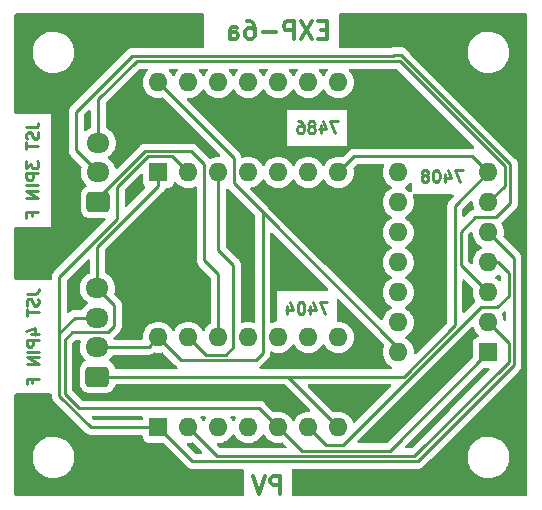
<source format=gbr>
%TF.GenerationSoftware,KiCad,Pcbnew,(6.0.6)*%
%TF.CreationDate,2022-11-11T15:09:04+05:30*%
%TF.ProjectId,exp6a,65787036-612e-46b6-9963-61645f706362,rev?*%
%TF.SameCoordinates,Original*%
%TF.FileFunction,Copper,L2,Bot*%
%TF.FilePolarity,Positive*%
%FSLAX46Y46*%
G04 Gerber Fmt 4.6, Leading zero omitted, Abs format (unit mm)*
G04 Created by KiCad (PCBNEW (6.0.6)) date 2022-11-11 15:09:04*
%MOMM*%
%LPD*%
G01*
G04 APERTURE LIST*
G04 Aperture macros list*
%AMRoundRect*
0 Rectangle with rounded corners*
0 $1 Rounding radius*
0 $2 $3 $4 $5 $6 $7 $8 $9 X,Y pos of 4 corners*
0 Add a 4 corners polygon primitive as box body*
4,1,4,$2,$3,$4,$5,$6,$7,$8,$9,$2,$3,0*
0 Add four circle primitives for the rounded corners*
1,1,$1+$1,$2,$3*
1,1,$1+$1,$4,$5*
1,1,$1+$1,$6,$7*
1,1,$1+$1,$8,$9*
0 Add four rect primitives between the rounded corners*
20,1,$1+$1,$2,$3,$4,$5,0*
20,1,$1+$1,$4,$5,$6,$7,0*
20,1,$1+$1,$6,$7,$8,$9,0*
20,1,$1+$1,$8,$9,$2,$3,0*%
G04 Aperture macros list end*
%ADD10C,0.300000*%
%TA.AperFunction,NonConductor*%
%ADD11C,0.300000*%
%TD*%
%ADD12C,0.250000*%
%TA.AperFunction,NonConductor*%
%ADD13C,0.250000*%
%TD*%
%TA.AperFunction,ComponentPad*%
%ADD14R,1.600000X1.600000*%
%TD*%
%TA.AperFunction,ComponentPad*%
%ADD15O,1.600000X1.600000*%
%TD*%
%TA.AperFunction,ComponentPad*%
%ADD16RoundRect,0.250000X0.725000X-0.600000X0.725000X0.600000X-0.725000X0.600000X-0.725000X-0.600000X0*%
%TD*%
%TA.AperFunction,ComponentPad*%
%ADD17O,1.950000X1.700000*%
%TD*%
%TA.AperFunction,Conductor*%
%ADD18C,0.250000*%
%TD*%
G04 APERTURE END LIST*
D10*
D11*
X142375714Y-117368571D02*
X142375714Y-115868571D01*
X141804285Y-115868571D01*
X141661428Y-115940000D01*
X141590000Y-116011428D01*
X141518571Y-116154285D01*
X141518571Y-116368571D01*
X141590000Y-116511428D01*
X141661428Y-116582857D01*
X141804285Y-116654285D01*
X142375714Y-116654285D01*
X141090000Y-115868571D02*
X140590000Y-117368571D01*
X140090000Y-115868571D01*
D10*
D11*
X146338571Y-78082857D02*
X145838571Y-78082857D01*
X145624285Y-78868571D02*
X146338571Y-78868571D01*
X146338571Y-77368571D01*
X145624285Y-77368571D01*
X145124285Y-77368571D02*
X144124285Y-78868571D01*
X144124285Y-77368571D02*
X145124285Y-78868571D01*
X143552857Y-78868571D02*
X143552857Y-77368571D01*
X142981428Y-77368571D01*
X142838571Y-77440000D01*
X142767142Y-77511428D01*
X142695714Y-77654285D01*
X142695714Y-77868571D01*
X142767142Y-78011428D01*
X142838571Y-78082857D01*
X142981428Y-78154285D01*
X143552857Y-78154285D01*
X142052857Y-78297142D02*
X140910000Y-78297142D01*
X139552857Y-77368571D02*
X139838571Y-77368571D01*
X139981428Y-77440000D01*
X140052857Y-77511428D01*
X140195714Y-77725714D01*
X140267142Y-78011428D01*
X140267142Y-78582857D01*
X140195714Y-78725714D01*
X140124285Y-78797142D01*
X139981428Y-78868571D01*
X139695714Y-78868571D01*
X139552857Y-78797142D01*
X139481428Y-78725714D01*
X139410000Y-78582857D01*
X139410000Y-78225714D01*
X139481428Y-78082857D01*
X139552857Y-78011428D01*
X139695714Y-77940000D01*
X139981428Y-77940000D01*
X140124285Y-78011428D01*
X140195714Y-78082857D01*
X140267142Y-78225714D01*
X138124285Y-78868571D02*
X138124285Y-78082857D01*
X138195714Y-77940000D01*
X138338571Y-77868571D01*
X138624285Y-77868571D01*
X138767142Y-77940000D01*
X138124285Y-78797142D02*
X138267142Y-78868571D01*
X138624285Y-78868571D01*
X138767142Y-78797142D01*
X138838571Y-78654285D01*
X138838571Y-78511428D01*
X138767142Y-78368571D01*
X138624285Y-78297142D01*
X138267142Y-78297142D01*
X138124285Y-78225714D01*
D12*
%TO.C,U3*%
D13*
X157841904Y-89982380D02*
X157175238Y-89982380D01*
X157603809Y-90982380D01*
X156365714Y-90315714D02*
X156365714Y-90982380D01*
X156603809Y-89934761D02*
X156841904Y-90649047D01*
X156222857Y-90649047D01*
X155651428Y-89982380D02*
X155556190Y-89982380D01*
X155460952Y-90030000D01*
X155413333Y-90077619D01*
X155365714Y-90172857D01*
X155318095Y-90363333D01*
X155318095Y-90601428D01*
X155365714Y-90791904D01*
X155413333Y-90887142D01*
X155460952Y-90934761D01*
X155556190Y-90982380D01*
X155651428Y-90982380D01*
X155746666Y-90934761D01*
X155794285Y-90887142D01*
X155841904Y-90791904D01*
X155889523Y-90601428D01*
X155889523Y-90363333D01*
X155841904Y-90172857D01*
X155794285Y-90077619D01*
X155746666Y-90030000D01*
X155651428Y-89982380D01*
X154746666Y-90410952D02*
X154841904Y-90363333D01*
X154889523Y-90315714D01*
X154937142Y-90220476D01*
X154937142Y-90172857D01*
X154889523Y-90077619D01*
X154841904Y-90030000D01*
X154746666Y-89982380D01*
X154556190Y-89982380D01*
X154460952Y-90030000D01*
X154413333Y-90077619D01*
X154365714Y-90172857D01*
X154365714Y-90220476D01*
X154413333Y-90315714D01*
X154460952Y-90363333D01*
X154556190Y-90410952D01*
X154746666Y-90410952D01*
X154841904Y-90458571D01*
X154889523Y-90506190D01*
X154937142Y-90601428D01*
X154937142Y-90791904D01*
X154889523Y-90887142D01*
X154841904Y-90934761D01*
X154746666Y-90982380D01*
X154556190Y-90982380D01*
X154460952Y-90934761D01*
X154413333Y-90887142D01*
X154365714Y-90791904D01*
X154365714Y-90601428D01*
X154413333Y-90506190D01*
X154460952Y-90458571D01*
X154556190Y-90410952D01*
D12*
%TO.C,U2*%
D13*
X147291904Y-85852380D02*
X146625238Y-85852380D01*
X147053809Y-86852380D01*
X145815714Y-86185714D02*
X145815714Y-86852380D01*
X146053809Y-85804761D02*
X146291904Y-86519047D01*
X145672857Y-86519047D01*
X145149047Y-86280952D02*
X145244285Y-86233333D01*
X145291904Y-86185714D01*
X145339523Y-86090476D01*
X145339523Y-86042857D01*
X145291904Y-85947619D01*
X145244285Y-85900000D01*
X145149047Y-85852380D01*
X144958571Y-85852380D01*
X144863333Y-85900000D01*
X144815714Y-85947619D01*
X144768095Y-86042857D01*
X144768095Y-86090476D01*
X144815714Y-86185714D01*
X144863333Y-86233333D01*
X144958571Y-86280952D01*
X145149047Y-86280952D01*
X145244285Y-86328571D01*
X145291904Y-86376190D01*
X145339523Y-86471428D01*
X145339523Y-86661904D01*
X145291904Y-86757142D01*
X145244285Y-86804761D01*
X145149047Y-86852380D01*
X144958571Y-86852380D01*
X144863333Y-86804761D01*
X144815714Y-86757142D01*
X144768095Y-86661904D01*
X144768095Y-86471428D01*
X144815714Y-86376190D01*
X144863333Y-86328571D01*
X144958571Y-86280952D01*
X143910952Y-85852380D02*
X144101428Y-85852380D01*
X144196666Y-85900000D01*
X144244285Y-85947619D01*
X144339523Y-86090476D01*
X144387142Y-86280952D01*
X144387142Y-86661904D01*
X144339523Y-86757142D01*
X144291904Y-86804761D01*
X144196666Y-86852380D01*
X144006190Y-86852380D01*
X143910952Y-86804761D01*
X143863333Y-86757142D01*
X143815714Y-86661904D01*
X143815714Y-86423809D01*
X143863333Y-86328571D01*
X143910952Y-86280952D01*
X144006190Y-86233333D01*
X144196666Y-86233333D01*
X144291904Y-86280952D01*
X144339523Y-86328571D01*
X144387142Y-86423809D01*
D12*
%TO.C,U1*%
D13*
X146391904Y-101152380D02*
X145725238Y-101152380D01*
X146153809Y-102152380D01*
X144915714Y-101485714D02*
X144915714Y-102152380D01*
X145153809Y-101104761D02*
X145391904Y-101819047D01*
X144772857Y-101819047D01*
X144201428Y-101152380D02*
X144106190Y-101152380D01*
X144010952Y-101200000D01*
X143963333Y-101247619D01*
X143915714Y-101342857D01*
X143868095Y-101533333D01*
X143868095Y-101771428D01*
X143915714Y-101961904D01*
X143963333Y-102057142D01*
X144010952Y-102104761D01*
X144106190Y-102152380D01*
X144201428Y-102152380D01*
X144296666Y-102104761D01*
X144344285Y-102057142D01*
X144391904Y-101961904D01*
X144439523Y-101771428D01*
X144439523Y-101533333D01*
X144391904Y-101342857D01*
X144344285Y-101247619D01*
X144296666Y-101200000D01*
X144201428Y-101152380D01*
X143010952Y-101485714D02*
X143010952Y-102152380D01*
X143249047Y-101104761D02*
X143487142Y-101819047D01*
X142868095Y-101819047D01*
D12*
%TO.C,J2*%
D13*
X120912380Y-86347142D02*
X121626666Y-86347142D01*
X121769523Y-86299523D01*
X121864761Y-86204285D01*
X121912380Y-86061428D01*
X121912380Y-85966190D01*
X121864761Y-86775714D02*
X121912380Y-86918571D01*
X121912380Y-87156666D01*
X121864761Y-87251904D01*
X121817142Y-87299523D01*
X121721904Y-87347142D01*
X121626666Y-87347142D01*
X121531428Y-87299523D01*
X121483809Y-87251904D01*
X121436190Y-87156666D01*
X121388571Y-86966190D01*
X121340952Y-86870952D01*
X121293333Y-86823333D01*
X121198095Y-86775714D01*
X121102857Y-86775714D01*
X121007619Y-86823333D01*
X120960000Y-86870952D01*
X120912380Y-86966190D01*
X120912380Y-87204285D01*
X120960000Y-87347142D01*
X120912380Y-87632857D02*
X120912380Y-88204285D01*
X121912380Y-87918571D02*
X120912380Y-87918571D01*
X120912380Y-89204285D02*
X120912380Y-89823333D01*
X121293333Y-89490000D01*
X121293333Y-89632857D01*
X121340952Y-89728095D01*
X121388571Y-89775714D01*
X121483809Y-89823333D01*
X121721904Y-89823333D01*
X121817142Y-89775714D01*
X121864761Y-89728095D01*
X121912380Y-89632857D01*
X121912380Y-89347142D01*
X121864761Y-89251904D01*
X121817142Y-89204285D01*
X121912380Y-90251904D02*
X120912380Y-90251904D01*
X120912380Y-90632857D01*
X120960000Y-90728095D01*
X121007619Y-90775714D01*
X121102857Y-90823333D01*
X121245714Y-90823333D01*
X121340952Y-90775714D01*
X121388571Y-90728095D01*
X121436190Y-90632857D01*
X121436190Y-90251904D01*
X121912380Y-91251904D02*
X120912380Y-91251904D01*
X121912380Y-91728095D02*
X120912380Y-91728095D01*
X121912380Y-92299523D01*
X120912380Y-92299523D01*
X121388571Y-93870952D02*
X121388571Y-93537619D01*
X121912380Y-93537619D02*
X120912380Y-93537619D01*
X120912380Y-94013809D01*
D12*
%TO.C,J1*%
D13*
X120932380Y-100447142D02*
X121646666Y-100447142D01*
X121789523Y-100399523D01*
X121884761Y-100304285D01*
X121932380Y-100161428D01*
X121932380Y-100066190D01*
X121884761Y-100875714D02*
X121932380Y-101018571D01*
X121932380Y-101256666D01*
X121884761Y-101351904D01*
X121837142Y-101399523D01*
X121741904Y-101447142D01*
X121646666Y-101447142D01*
X121551428Y-101399523D01*
X121503809Y-101351904D01*
X121456190Y-101256666D01*
X121408571Y-101066190D01*
X121360952Y-100970952D01*
X121313333Y-100923333D01*
X121218095Y-100875714D01*
X121122857Y-100875714D01*
X121027619Y-100923333D01*
X120980000Y-100970952D01*
X120932380Y-101066190D01*
X120932380Y-101304285D01*
X120980000Y-101447142D01*
X120932380Y-101732857D02*
X120932380Y-102304285D01*
X121932380Y-102018571D02*
X120932380Y-102018571D01*
X121265714Y-103828095D02*
X121932380Y-103828095D01*
X120884761Y-103590000D02*
X121599047Y-103351904D01*
X121599047Y-103970952D01*
X121932380Y-104351904D02*
X120932380Y-104351904D01*
X120932380Y-104732857D01*
X120980000Y-104828095D01*
X121027619Y-104875714D01*
X121122857Y-104923333D01*
X121265714Y-104923333D01*
X121360952Y-104875714D01*
X121408571Y-104828095D01*
X121456190Y-104732857D01*
X121456190Y-104351904D01*
X121932380Y-105351904D02*
X120932380Y-105351904D01*
X121932380Y-105828095D02*
X120932380Y-105828095D01*
X121932380Y-106399523D01*
X120932380Y-106399523D01*
X121408571Y-107970952D02*
X121408571Y-107637619D01*
X121932380Y-107637619D02*
X120932380Y-107637619D01*
X120932380Y-108113809D01*
%TD*%
D14*
%TO.P,U3,1*%
%TO.N,Net-(J1-Pad4)*%
X160010000Y-105415000D03*
D15*
%TO.P,U3,2*%
%TO.N,Net-(U1-Pad2)*%
X160010000Y-102875000D03*
%TO.P,U3,3*%
%TO.N,Net-(J2-Pad2)*%
X160010000Y-100335000D03*
%TO.P,U3,4*%
%TO.N,Net-(U1-Pad6)*%
X160010000Y-97795000D03*
%TO.P,U3,5*%
%TO.N,Net-(J1-Pad3)*%
X160010000Y-95255000D03*
%TO.P,U3,6*%
%TO.N,Net-(J2-Pad3)*%
X160010000Y-92715000D03*
%TO.P,U3,7,Gnd*%
%TO.N,GND*%
X160010000Y-90175000D03*
%TO.P,U3,8*%
%TO.N,N/C*%
X152390000Y-90175000D03*
%TO.P,U3,9*%
X152390000Y-92715000D03*
%TO.P,U3,10*%
X152390000Y-95255000D03*
%TO.P,U3,11*%
X152390000Y-97795000D03*
%TO.P,U3,12*%
X152390000Y-100335000D03*
%TO.P,U3,13*%
X152390000Y-102875000D03*
%TO.P,U3,14,Vcc*%
%TO.N,VCC*%
X152390000Y-105415000D03*
%TD*%
D14*
%TO.P,U2,1*%
%TO.N,Net-(J1-Pad4)*%
X132075000Y-90160000D03*
D15*
%TO.P,U2,2*%
%TO.N,Net-(J1-Pad3)*%
X134615000Y-90160000D03*
%TO.P,U2,3*%
%TO.N,Net-(U1-Pad13)*%
X137155000Y-90160000D03*
%TO.P,U2,4*%
%TO.N,N/C*%
X139695000Y-90160000D03*
%TO.P,U2,5*%
X142235000Y-90160000D03*
%TO.P,U2,6*%
X144775000Y-90160000D03*
%TO.P,U2,7,Gnd*%
%TO.N,GND*%
X147315000Y-90160000D03*
%TO.P,U2,8*%
%TO.N,N/C*%
X147315000Y-82540000D03*
%TO.P,U2,9*%
X144775000Y-82540000D03*
%TO.P,U2,10*%
X142235000Y-82540000D03*
%TO.P,U2,11*%
X139695000Y-82540000D03*
%TO.P,U2,12*%
X137155000Y-82540000D03*
%TO.P,U2,13*%
X134615000Y-82540000D03*
%TO.P,U2,14,Vcc*%
%TO.N,VCC*%
X132075000Y-82540000D03*
%TD*%
D14*
%TO.P,U1,1*%
%TO.N,Net-(J1-Pad3)*%
X132075000Y-111750000D03*
D15*
%TO.P,U1,2*%
%TO.N,Net-(U1-Pad2)*%
X134615000Y-111750000D03*
%TO.P,U1,3*%
%TO.N,N/C*%
X137155000Y-111750000D03*
%TO.P,U1,4*%
X139695000Y-111750000D03*
%TO.P,U1,5*%
%TO.N,Net-(J1-Pad4)*%
X142235000Y-111750000D03*
%TO.P,U1,6*%
%TO.N,Net-(U1-Pad6)*%
X144775000Y-111750000D03*
%TO.P,U1,7,Gnd*%
%TO.N,GND*%
X147315000Y-111750000D03*
%TO.P,U1,8*%
%TO.N,N/C*%
X147315000Y-104130000D03*
%TO.P,U1,9*%
X144775000Y-104130000D03*
%TO.P,U1,10*%
X142235000Y-104130000D03*
%TO.P,U1,11*%
X139695000Y-104130000D03*
%TO.P,U1,12*%
%TO.N,Net-(J2-Pad1)*%
X137155000Y-104130000D03*
%TO.P,U1,13*%
%TO.N,Net-(U1-Pad13)*%
X134615000Y-104130000D03*
%TO.P,U1,14,Vcc*%
%TO.N,VCC*%
X132075000Y-104130000D03*
%TD*%
D16*
%TO.P,J2,1,Pin_1*%
%TO.N,Net-(J2-Pad1)*%
X126992500Y-92670000D03*
D17*
%TO.P,J2,2,Pin_2*%
%TO.N,Net-(J2-Pad2)*%
X126992500Y-90170000D03*
%TO.P,J2,3,Pin_3*%
%TO.N,Net-(J2-Pad3)*%
X126992500Y-87670000D03*
%TD*%
D16*
%TO.P,J1,1,Pin_1*%
%TO.N,GND*%
X126912500Y-107460000D03*
D17*
%TO.P,J1,2,Pin_2*%
%TO.N,VCC*%
X126912500Y-104960000D03*
%TO.P,J1,3,Pin_3*%
%TO.N,Net-(J1-Pad3)*%
X126912500Y-102460000D03*
%TO.P,J1,4,Pin_4*%
%TO.N,Net-(J1-Pad4)*%
X126912500Y-99960000D03*
%TD*%
D18*
%TO.N,VCC*%
X134025000Y-106080000D02*
X132075000Y-104130000D01*
%TO.N,GND*%
X148685000Y-88790000D02*
X158625000Y-88790000D01*
X147315000Y-90160000D02*
X148685000Y-88790000D01*
X158625000Y-88790000D02*
X160010000Y-90175000D01*
%TO.N,Net-(J1-Pad3)*%
X123690000Y-103780000D02*
X123690000Y-103840000D01*
X125010000Y-102460000D02*
X123690000Y-103780000D01*
X123690000Y-103840000D02*
X123690000Y-99050000D01*
X123690000Y-109086396D02*
X123690000Y-103840000D01*
X131176398Y-88810000D02*
X133265000Y-88810000D01*
X128583233Y-94156767D02*
X128583233Y-91403165D01*
X133265000Y-88810000D02*
X134615000Y-90160000D01*
X123690000Y-99050000D02*
X128583233Y-94156767D01*
X128583233Y-91403165D02*
X131176398Y-88810000D01*
X126912500Y-102460000D02*
X125010000Y-102460000D01*
X126353604Y-111750000D02*
X123690000Y-109086396D01*
X132075000Y-111750000D02*
X126353604Y-111750000D01*
%TO.N,Net-(J1-Pad4)*%
X132075000Y-91301396D02*
X132075000Y-90160000D01*
X126912500Y-96463896D02*
X132075000Y-91301396D01*
X126912500Y-99960000D02*
X126912500Y-96463896D01*
%TO.N,Net-(J2-Pad2)*%
X157670000Y-97995000D02*
X160010000Y-100335000D01*
X157670000Y-95180000D02*
X157670000Y-97995000D01*
X158870000Y-93980000D02*
X157670000Y-95180000D01*
X160690000Y-93980000D02*
X158870000Y-93980000D01*
X161880000Y-92790000D02*
X160690000Y-93980000D01*
X152010000Y-80200000D02*
X152596396Y-80200000D01*
X151910000Y-80300000D02*
X152010000Y-80200000D01*
X152596396Y-80200000D02*
X161880000Y-89483604D01*
X129870000Y-80300000D02*
X151910000Y-80300000D01*
X161880000Y-89483604D02*
X161880000Y-92790000D01*
X125110000Y-85060000D02*
X129870000Y-80300000D01*
X125110000Y-88287500D02*
X125110000Y-85060000D01*
X126992500Y-90170000D02*
X125110000Y-88287500D01*
%TO.N,Net-(J2-Pad3)*%
X161430000Y-89670000D02*
X161430000Y-91295000D01*
X161430000Y-91295000D02*
X160010000Y-92715000D01*
X152510000Y-80750000D02*
X161430000Y-89670000D01*
X126992500Y-83997500D02*
X130240000Y-80750000D01*
X126992500Y-87670000D02*
X126992500Y-83997500D01*
X130240000Y-80750000D02*
X152510000Y-80750000D01*
%TO.N,Net-(U1-Pad6)*%
X161730000Y-98720000D02*
X160805000Y-97795000D01*
X161730000Y-100650000D02*
X161730000Y-98720000D01*
X160805000Y-97795000D02*
X160010000Y-97795000D01*
X160790000Y-101590000D02*
X161730000Y-100650000D01*
X147680000Y-113280000D02*
X159370000Y-101590000D01*
X146305000Y-113280000D02*
X147680000Y-113280000D01*
X144775000Y-111750000D02*
X146305000Y-113280000D01*
X159370000Y-101590000D02*
X160790000Y-101590000D01*
%TO.N,GND*%
X157190000Y-103133604D02*
X157190000Y-92995000D01*
X152863604Y-107460000D02*
X157190000Y-103133604D01*
X142710000Y-107460000D02*
X152863604Y-107460000D01*
X157190000Y-92995000D02*
X160010000Y-90175000D01*
%TO.N,Net-(J1-Pad3)*%
X154040000Y-114630000D02*
X162180000Y-106490000D01*
X162180000Y-97425000D02*
X160010000Y-95255000D01*
X134955000Y-114630000D02*
X154040000Y-114630000D01*
X162180000Y-106490000D02*
X162180000Y-97425000D01*
X132075000Y-111750000D02*
X134955000Y-114630000D01*
%TO.N,Net-(U1-Pad2)*%
X137045000Y-114180000D02*
X134615000Y-111750000D01*
X153760000Y-114180000D02*
X137045000Y-114180000D01*
X161730000Y-104595000D02*
X161730000Y-106210000D01*
X160010000Y-102875000D02*
X161730000Y-104595000D01*
X161730000Y-106210000D02*
X153760000Y-114180000D01*
%TO.N,Net-(J1-Pad4)*%
X151695000Y-113730000D02*
X160010000Y-105415000D01*
X144215000Y-113730000D02*
X151695000Y-113730000D01*
X142235000Y-111750000D02*
X144215000Y-113730000D01*
%TO.N,VCC*%
X131245000Y-104960000D02*
X132075000Y-104130000D01*
X126912500Y-104960000D02*
X131245000Y-104960000D01*
X152390000Y-105040000D02*
X152390000Y-105415000D01*
X140910000Y-93560000D02*
X152390000Y-105040000D01*
X140320000Y-106080000D02*
X140910000Y-105490000D01*
X140910000Y-105490000D02*
X140910000Y-93560000D01*
X134025000Y-106080000D02*
X140320000Y-106080000D01*
X140910000Y-93560000D02*
X138450000Y-91100000D01*
X138450000Y-88915000D02*
X132075000Y-82540000D01*
X138450000Y-91100000D02*
X138450000Y-88915000D01*
%TO.N,Net-(U1-Pad13)*%
X136105000Y-105620000D02*
X134615000Y-104130000D01*
X138410000Y-97980000D02*
X138410000Y-104980000D01*
X137770000Y-105620000D02*
X136105000Y-105620000D01*
X137155000Y-96725000D02*
X138410000Y-97980000D01*
X138410000Y-104980000D02*
X137770000Y-105620000D01*
X137155000Y-90160000D02*
X137155000Y-96725000D01*
%TO.N,Net-(J1-Pad4)*%
X128340000Y-101387500D02*
X126912500Y-99960000D01*
X128340000Y-103180000D02*
X128340000Y-101387500D01*
X124140000Y-104360000D02*
X124790000Y-103710000D01*
X125380000Y-110140000D02*
X124140000Y-108900000D01*
X127810000Y-103710000D02*
X128340000Y-103180000D01*
X140625000Y-110140000D02*
X125380000Y-110140000D01*
X124140000Y-108900000D02*
X124140000Y-104360000D01*
X124790000Y-103710000D02*
X127810000Y-103710000D01*
X142235000Y-111750000D02*
X140625000Y-110140000D01*
%TO.N,GND*%
X142710000Y-107460000D02*
X143025000Y-107460000D01*
X126912500Y-107460000D02*
X142710000Y-107460000D01*
X143025000Y-107460000D02*
X147315000Y-111750000D01*
%TO.N,Net-(J2-Pad1)*%
X135980000Y-89480000D02*
X134860000Y-88360000D01*
X135980000Y-97610000D02*
X135980000Y-89480000D01*
X126992500Y-92337500D02*
X126992500Y-92670000D01*
X137155000Y-98785000D02*
X135980000Y-97610000D01*
X137155000Y-104130000D02*
X137155000Y-98785000D01*
X134860000Y-88360000D02*
X130970000Y-88360000D01*
X130970000Y-88360000D02*
X126992500Y-92337500D01*
%TD*%
%TA.AperFunction,NonConductor*%
G36*
X138764933Y-81403502D02*
G01*
X138811426Y-81457158D01*
X138821530Y-81527432D01*
X138792036Y-81592012D01*
X138785907Y-81598595D01*
X138688802Y-81695700D01*
X138685645Y-81700208D01*
X138685643Y-81700211D01*
X138652804Y-81747110D01*
X138557477Y-81883251D01*
X138555154Y-81888233D01*
X138555151Y-81888238D01*
X138539195Y-81922457D01*
X138492278Y-81975742D01*
X138424001Y-81995203D01*
X138356041Y-81974661D01*
X138310805Y-81922457D01*
X138294849Y-81888238D01*
X138294846Y-81888233D01*
X138292523Y-81883251D01*
X138197196Y-81747110D01*
X138164357Y-81700211D01*
X138164355Y-81700208D01*
X138161198Y-81695700D01*
X138064093Y-81598595D01*
X138030067Y-81536283D01*
X138035132Y-81465468D01*
X138077679Y-81408632D01*
X138144199Y-81383821D01*
X138153188Y-81383500D01*
X138696812Y-81383500D01*
X138764933Y-81403502D01*
G37*
%TD.AperFunction*%
%TA.AperFunction,NonConductor*%
G36*
X141304933Y-81403502D02*
G01*
X141351426Y-81457158D01*
X141361530Y-81527432D01*
X141332036Y-81592012D01*
X141325907Y-81598595D01*
X141228802Y-81695700D01*
X141225645Y-81700208D01*
X141225643Y-81700211D01*
X141192804Y-81747110D01*
X141097477Y-81883251D01*
X141095154Y-81888233D01*
X141095151Y-81888238D01*
X141079195Y-81922457D01*
X141032278Y-81975742D01*
X140964001Y-81995203D01*
X140896041Y-81974661D01*
X140850805Y-81922457D01*
X140834849Y-81888238D01*
X140834846Y-81888233D01*
X140832523Y-81883251D01*
X140737196Y-81747110D01*
X140704357Y-81700211D01*
X140704355Y-81700208D01*
X140701198Y-81695700D01*
X140604093Y-81598595D01*
X140570067Y-81536283D01*
X140575132Y-81465468D01*
X140617679Y-81408632D01*
X140684199Y-81383821D01*
X140693188Y-81383500D01*
X141236812Y-81383500D01*
X141304933Y-81403502D01*
G37*
%TD.AperFunction*%
%TA.AperFunction,NonConductor*%
G36*
X133684933Y-81403502D02*
G01*
X133731426Y-81457158D01*
X133741530Y-81527432D01*
X133712036Y-81592012D01*
X133705907Y-81598595D01*
X133608802Y-81695700D01*
X133605645Y-81700208D01*
X133605643Y-81700211D01*
X133572804Y-81747110D01*
X133477477Y-81883251D01*
X133475154Y-81888233D01*
X133475151Y-81888238D01*
X133459195Y-81922457D01*
X133412278Y-81975742D01*
X133344001Y-81995203D01*
X133276041Y-81974661D01*
X133230805Y-81922457D01*
X133214849Y-81888238D01*
X133214846Y-81888233D01*
X133212523Y-81883251D01*
X133117196Y-81747110D01*
X133084357Y-81700211D01*
X133084355Y-81700208D01*
X133081198Y-81695700D01*
X132984093Y-81598595D01*
X132950067Y-81536283D01*
X132955132Y-81465468D01*
X132997679Y-81408632D01*
X133064199Y-81383821D01*
X133073188Y-81383500D01*
X133616812Y-81383500D01*
X133684933Y-81403502D01*
G37*
%TD.AperFunction*%
%TA.AperFunction,NonConductor*%
G36*
X143844933Y-81403502D02*
G01*
X143891426Y-81457158D01*
X143901530Y-81527432D01*
X143872036Y-81592012D01*
X143865907Y-81598595D01*
X143768802Y-81695700D01*
X143765645Y-81700208D01*
X143765643Y-81700211D01*
X143732804Y-81747110D01*
X143637477Y-81883251D01*
X143635154Y-81888233D01*
X143635151Y-81888238D01*
X143619195Y-81922457D01*
X143572278Y-81975742D01*
X143504001Y-81995203D01*
X143436041Y-81974661D01*
X143390805Y-81922457D01*
X143374849Y-81888238D01*
X143374846Y-81888233D01*
X143372523Y-81883251D01*
X143277196Y-81747110D01*
X143244357Y-81700211D01*
X143244355Y-81700208D01*
X143241198Y-81695700D01*
X143144093Y-81598595D01*
X143110067Y-81536283D01*
X143115132Y-81465468D01*
X143157679Y-81408632D01*
X143224199Y-81383821D01*
X143233188Y-81383500D01*
X143776812Y-81383500D01*
X143844933Y-81403502D01*
G37*
%TD.AperFunction*%
%TA.AperFunction,NonConductor*%
G36*
X146384933Y-81403502D02*
G01*
X146431426Y-81457158D01*
X146441530Y-81527432D01*
X146412036Y-81592012D01*
X146405907Y-81598595D01*
X146308802Y-81695700D01*
X146305645Y-81700208D01*
X146305643Y-81700211D01*
X146272804Y-81747110D01*
X146177477Y-81883251D01*
X146175154Y-81888233D01*
X146175151Y-81888238D01*
X146159195Y-81922457D01*
X146112278Y-81975742D01*
X146044001Y-81995203D01*
X145976041Y-81974661D01*
X145930805Y-81922457D01*
X145914849Y-81888238D01*
X145914846Y-81888233D01*
X145912523Y-81883251D01*
X145817196Y-81747110D01*
X145784357Y-81700211D01*
X145784355Y-81700208D01*
X145781198Y-81695700D01*
X145684093Y-81598595D01*
X145650067Y-81536283D01*
X145655132Y-81465468D01*
X145697679Y-81408632D01*
X145764199Y-81383821D01*
X145773188Y-81383500D01*
X146316812Y-81383500D01*
X146384933Y-81403502D01*
G37*
%TD.AperFunction*%
%TA.AperFunction,NonConductor*%
G36*
X136224933Y-81403502D02*
G01*
X136271426Y-81457158D01*
X136281530Y-81527432D01*
X136252036Y-81592012D01*
X136245907Y-81598595D01*
X136148802Y-81695700D01*
X136145645Y-81700208D01*
X136145643Y-81700211D01*
X136112804Y-81747110D01*
X136017477Y-81883251D01*
X136015154Y-81888233D01*
X136015151Y-81888238D01*
X135999195Y-81922457D01*
X135952278Y-81975742D01*
X135884001Y-81995203D01*
X135816041Y-81974661D01*
X135770805Y-81922457D01*
X135754849Y-81888238D01*
X135754846Y-81888233D01*
X135752523Y-81883251D01*
X135657196Y-81747110D01*
X135624357Y-81700211D01*
X135624355Y-81700208D01*
X135621198Y-81695700D01*
X135524093Y-81598595D01*
X135490067Y-81536283D01*
X135495132Y-81465468D01*
X135537679Y-81408632D01*
X135604199Y-81383821D01*
X135613188Y-81383500D01*
X136156812Y-81383500D01*
X136224933Y-81403502D01*
G37*
%TD.AperFunction*%
%TA.AperFunction,NonConductor*%
G36*
X126277032Y-84893038D02*
G01*
X126333868Y-84935585D01*
X126358679Y-85002105D01*
X126359000Y-85011094D01*
X126359000Y-86327622D01*
X126338998Y-86395743D01*
X126284750Y-86442504D01*
X126209290Y-86476496D01*
X126209286Y-86476498D01*
X126204425Y-86478688D01*
X126013181Y-86607441D01*
X126009324Y-86611120D01*
X126009322Y-86611122D01*
X125956472Y-86661539D01*
X125893375Y-86694086D01*
X125822699Y-86687355D01*
X125766881Y-86643481D01*
X125743500Y-86570369D01*
X125743500Y-85374594D01*
X125763502Y-85306473D01*
X125780405Y-85285499D01*
X126143905Y-84921999D01*
X126206217Y-84887973D01*
X126277032Y-84893038D01*
G37*
%TD.AperFunction*%
%TA.AperFunction,NonConductor*%
G36*
X152263527Y-81403502D02*
G01*
X152284501Y-81420405D01*
X158807145Y-87943050D01*
X158841171Y-88005362D01*
X158836106Y-88076177D01*
X158793559Y-88133013D01*
X158727039Y-88157824D01*
X158708194Y-88157312D01*
X158705030Y-88156500D01*
X158684776Y-88156500D01*
X158665065Y-88154949D01*
X158652886Y-88153020D01*
X158645057Y-88151780D01*
X158615786Y-88154547D01*
X158601039Y-88155941D01*
X158589181Y-88156500D01*
X148763768Y-88156500D01*
X148752585Y-88155973D01*
X148745092Y-88154298D01*
X148737166Y-88154547D01*
X148737165Y-88154547D01*
X148677002Y-88156438D01*
X148673044Y-88156500D01*
X148645144Y-88156500D01*
X148641154Y-88157004D01*
X148629320Y-88157936D01*
X148585111Y-88159326D01*
X148577495Y-88161539D01*
X148577493Y-88161539D01*
X148565652Y-88164979D01*
X148546293Y-88168988D01*
X148544983Y-88169154D01*
X148526203Y-88171526D01*
X148518837Y-88174442D01*
X148518831Y-88174444D01*
X148485098Y-88187800D01*
X148473868Y-88191645D01*
X148457828Y-88196305D01*
X148431407Y-88203981D01*
X148424584Y-88208016D01*
X148413966Y-88214295D01*
X148396213Y-88222992D01*
X148388568Y-88226019D01*
X148377383Y-88230448D01*
X148363705Y-88240386D01*
X148341612Y-88256437D01*
X148331695Y-88262951D01*
X148293638Y-88285458D01*
X148279317Y-88299779D01*
X148264284Y-88312619D01*
X148247893Y-88324528D01*
X148239217Y-88335016D01*
X148219702Y-88358605D01*
X148211712Y-88367384D01*
X147728248Y-88850848D01*
X147665936Y-88884874D01*
X147606541Y-88883459D01*
X147548409Y-88867882D01*
X147548398Y-88867880D01*
X147543087Y-88866457D01*
X147315000Y-88846502D01*
X147086913Y-88866457D01*
X147081600Y-88867881D01*
X147081598Y-88867881D01*
X146871067Y-88924293D01*
X146871065Y-88924294D01*
X146865757Y-88925716D01*
X146860776Y-88928039D01*
X146860775Y-88928039D01*
X146663238Y-89020151D01*
X146663233Y-89020154D01*
X146658251Y-89022477D01*
X146600540Y-89062887D01*
X146475211Y-89150643D01*
X146475208Y-89150645D01*
X146470700Y-89153802D01*
X146308802Y-89315700D01*
X146305645Y-89320208D01*
X146305643Y-89320211D01*
X146273103Y-89366683D01*
X146177477Y-89503251D01*
X146175154Y-89508233D01*
X146175151Y-89508238D01*
X146159195Y-89542457D01*
X146112278Y-89595742D01*
X146044001Y-89615203D01*
X145976041Y-89594661D01*
X145930805Y-89542457D01*
X145914849Y-89508238D01*
X145914846Y-89508233D01*
X145912523Y-89503251D01*
X145816897Y-89366683D01*
X145784357Y-89320211D01*
X145784355Y-89320208D01*
X145781198Y-89315700D01*
X145619300Y-89153802D01*
X145614792Y-89150645D01*
X145614789Y-89150643D01*
X145489460Y-89062887D01*
X145431749Y-89022477D01*
X145426767Y-89020154D01*
X145426762Y-89020151D01*
X145229225Y-88928039D01*
X145229224Y-88928039D01*
X145224243Y-88925716D01*
X145218935Y-88924294D01*
X145218933Y-88924293D01*
X145008402Y-88867881D01*
X145008400Y-88867881D01*
X145003087Y-88866457D01*
X144775000Y-88846502D01*
X144546913Y-88866457D01*
X144541600Y-88867881D01*
X144541598Y-88867881D01*
X144331067Y-88924293D01*
X144331065Y-88924294D01*
X144325757Y-88925716D01*
X144320776Y-88928039D01*
X144320775Y-88928039D01*
X144123238Y-89020151D01*
X144123233Y-89020154D01*
X144118251Y-89022477D01*
X144060540Y-89062887D01*
X143935211Y-89150643D01*
X143935208Y-89150645D01*
X143930700Y-89153802D01*
X143768802Y-89315700D01*
X143765645Y-89320208D01*
X143765643Y-89320211D01*
X143733103Y-89366683D01*
X143637477Y-89503251D01*
X143635154Y-89508233D01*
X143635151Y-89508238D01*
X143619195Y-89542457D01*
X143572278Y-89595742D01*
X143504001Y-89615203D01*
X143436041Y-89594661D01*
X143390805Y-89542457D01*
X143374849Y-89508238D01*
X143374846Y-89508233D01*
X143372523Y-89503251D01*
X143276897Y-89366683D01*
X143244357Y-89320211D01*
X143244355Y-89320208D01*
X143241198Y-89315700D01*
X143079300Y-89153802D01*
X143074792Y-89150645D01*
X143074789Y-89150643D01*
X142949460Y-89062887D01*
X142891749Y-89022477D01*
X142886767Y-89020154D01*
X142886762Y-89020151D01*
X142689225Y-88928039D01*
X142689224Y-88928039D01*
X142684243Y-88925716D01*
X142678935Y-88924294D01*
X142678933Y-88924293D01*
X142468402Y-88867881D01*
X142468400Y-88867881D01*
X142463087Y-88866457D01*
X142235000Y-88846502D01*
X142006913Y-88866457D01*
X142001600Y-88867881D01*
X142001598Y-88867881D01*
X141791067Y-88924293D01*
X141791065Y-88924294D01*
X141785757Y-88925716D01*
X141780776Y-88928039D01*
X141780775Y-88928039D01*
X141583238Y-89020151D01*
X141583233Y-89020154D01*
X141578251Y-89022477D01*
X141520540Y-89062887D01*
X141395211Y-89150643D01*
X141395208Y-89150645D01*
X141390700Y-89153802D01*
X141228802Y-89315700D01*
X141225645Y-89320208D01*
X141225643Y-89320211D01*
X141193103Y-89366683D01*
X141097477Y-89503251D01*
X141095154Y-89508233D01*
X141095151Y-89508238D01*
X141079195Y-89542457D01*
X141032278Y-89595742D01*
X140964001Y-89615203D01*
X140896041Y-89594661D01*
X140850805Y-89542457D01*
X140834849Y-89508238D01*
X140834846Y-89508233D01*
X140832523Y-89503251D01*
X140736897Y-89366683D01*
X140704357Y-89320211D01*
X140704355Y-89320208D01*
X140701198Y-89315700D01*
X140539300Y-89153802D01*
X140534792Y-89150645D01*
X140534789Y-89150643D01*
X140409460Y-89062887D01*
X140351749Y-89022477D01*
X140346767Y-89020154D01*
X140346762Y-89020151D01*
X140149225Y-88928039D01*
X140149224Y-88928039D01*
X140144243Y-88925716D01*
X140138935Y-88924294D01*
X140138933Y-88924293D01*
X139928402Y-88867881D01*
X139928400Y-88867881D01*
X139923087Y-88866457D01*
X139695000Y-88846502D01*
X139466913Y-88866457D01*
X139461600Y-88867881D01*
X139461598Y-88867881D01*
X139434493Y-88875144D01*
X139245757Y-88925716D01*
X139245636Y-88925263D01*
X139178132Y-88929550D01*
X139116093Y-88895028D01*
X139081448Y-88826358D01*
X139080922Y-88823038D01*
X139080673Y-88815110D01*
X139075022Y-88795658D01*
X139071014Y-88776306D01*
X139069468Y-88764068D01*
X139069467Y-88764066D01*
X139068474Y-88756203D01*
X139052194Y-88715086D01*
X139048359Y-88703885D01*
X139036018Y-88661406D01*
X139031985Y-88654587D01*
X139031983Y-88654582D01*
X139025707Y-88643971D01*
X139017010Y-88626221D01*
X139009552Y-88607383D01*
X138983571Y-88571623D01*
X138977053Y-88561701D01*
X138958578Y-88530460D01*
X138958574Y-88530455D01*
X138954542Y-88523637D01*
X138940218Y-88509313D01*
X138927376Y-88494278D01*
X138915472Y-88477893D01*
X138881406Y-88449711D01*
X138872627Y-88441722D01*
X138331905Y-87901000D01*
X142991738Y-87901000D01*
X148068262Y-87901000D01*
X148068262Y-84899000D01*
X142991738Y-84899000D01*
X142991738Y-87901000D01*
X138331905Y-87901000D01*
X134497494Y-84066589D01*
X134463468Y-84004277D01*
X134468533Y-83933462D01*
X134511080Y-83876626D01*
X134577600Y-83851815D01*
X134597572Y-83851974D01*
X134609515Y-83853019D01*
X134609525Y-83853019D01*
X134615000Y-83853498D01*
X134843087Y-83833543D01*
X134848400Y-83832119D01*
X134848402Y-83832119D01*
X135058933Y-83775707D01*
X135058935Y-83775706D01*
X135064243Y-83774284D01*
X135069225Y-83771961D01*
X135266762Y-83679849D01*
X135266767Y-83679846D01*
X135271749Y-83677523D01*
X135376611Y-83604098D01*
X135454789Y-83549357D01*
X135454792Y-83549355D01*
X135459300Y-83546198D01*
X135621198Y-83384300D01*
X135752523Y-83196749D01*
X135754846Y-83191767D01*
X135754849Y-83191762D01*
X135770805Y-83157543D01*
X135817722Y-83104258D01*
X135885999Y-83084797D01*
X135953959Y-83105339D01*
X135999195Y-83157543D01*
X136015151Y-83191762D01*
X136015154Y-83191767D01*
X136017477Y-83196749D01*
X136148802Y-83384300D01*
X136310700Y-83546198D01*
X136315208Y-83549355D01*
X136315211Y-83549357D01*
X136393389Y-83604098D01*
X136498251Y-83677523D01*
X136503233Y-83679846D01*
X136503238Y-83679849D01*
X136700775Y-83771961D01*
X136705757Y-83774284D01*
X136711065Y-83775706D01*
X136711067Y-83775707D01*
X136921598Y-83832119D01*
X136921600Y-83832119D01*
X136926913Y-83833543D01*
X137155000Y-83853498D01*
X137383087Y-83833543D01*
X137388400Y-83832119D01*
X137388402Y-83832119D01*
X137598933Y-83775707D01*
X137598935Y-83775706D01*
X137604243Y-83774284D01*
X137609225Y-83771961D01*
X137806762Y-83679849D01*
X137806767Y-83679846D01*
X137811749Y-83677523D01*
X137916611Y-83604098D01*
X137994789Y-83549357D01*
X137994792Y-83549355D01*
X137999300Y-83546198D01*
X138161198Y-83384300D01*
X138292523Y-83196749D01*
X138294846Y-83191767D01*
X138294849Y-83191762D01*
X138310805Y-83157543D01*
X138357722Y-83104258D01*
X138425999Y-83084797D01*
X138493959Y-83105339D01*
X138539195Y-83157543D01*
X138555151Y-83191762D01*
X138555154Y-83191767D01*
X138557477Y-83196749D01*
X138688802Y-83384300D01*
X138850700Y-83546198D01*
X138855208Y-83549355D01*
X138855211Y-83549357D01*
X138933389Y-83604098D01*
X139038251Y-83677523D01*
X139043233Y-83679846D01*
X139043238Y-83679849D01*
X139240775Y-83771961D01*
X139245757Y-83774284D01*
X139251065Y-83775706D01*
X139251067Y-83775707D01*
X139461598Y-83832119D01*
X139461600Y-83832119D01*
X139466913Y-83833543D01*
X139695000Y-83853498D01*
X139923087Y-83833543D01*
X139928400Y-83832119D01*
X139928402Y-83832119D01*
X140138933Y-83775707D01*
X140138935Y-83775706D01*
X140144243Y-83774284D01*
X140149225Y-83771961D01*
X140346762Y-83679849D01*
X140346767Y-83679846D01*
X140351749Y-83677523D01*
X140456611Y-83604098D01*
X140534789Y-83549357D01*
X140534792Y-83549355D01*
X140539300Y-83546198D01*
X140701198Y-83384300D01*
X140832523Y-83196749D01*
X140834846Y-83191767D01*
X140834849Y-83191762D01*
X140850805Y-83157543D01*
X140897722Y-83104258D01*
X140965999Y-83084797D01*
X141033959Y-83105339D01*
X141079195Y-83157543D01*
X141095151Y-83191762D01*
X141095154Y-83191767D01*
X141097477Y-83196749D01*
X141228802Y-83384300D01*
X141390700Y-83546198D01*
X141395208Y-83549355D01*
X141395211Y-83549357D01*
X141473389Y-83604098D01*
X141578251Y-83677523D01*
X141583233Y-83679846D01*
X141583238Y-83679849D01*
X141780775Y-83771961D01*
X141785757Y-83774284D01*
X141791065Y-83775706D01*
X141791067Y-83775707D01*
X142001598Y-83832119D01*
X142001600Y-83832119D01*
X142006913Y-83833543D01*
X142235000Y-83853498D01*
X142463087Y-83833543D01*
X142468400Y-83832119D01*
X142468402Y-83832119D01*
X142678933Y-83775707D01*
X142678935Y-83775706D01*
X142684243Y-83774284D01*
X142689225Y-83771961D01*
X142886762Y-83679849D01*
X142886767Y-83679846D01*
X142891749Y-83677523D01*
X142996611Y-83604098D01*
X143074789Y-83549357D01*
X143074792Y-83549355D01*
X143079300Y-83546198D01*
X143241198Y-83384300D01*
X143372523Y-83196749D01*
X143374846Y-83191767D01*
X143374849Y-83191762D01*
X143390805Y-83157543D01*
X143437722Y-83104258D01*
X143505999Y-83084797D01*
X143573959Y-83105339D01*
X143619195Y-83157543D01*
X143635151Y-83191762D01*
X143635154Y-83191767D01*
X143637477Y-83196749D01*
X143768802Y-83384300D01*
X143930700Y-83546198D01*
X143935208Y-83549355D01*
X143935211Y-83549357D01*
X144013389Y-83604098D01*
X144118251Y-83677523D01*
X144123233Y-83679846D01*
X144123238Y-83679849D01*
X144320775Y-83771961D01*
X144325757Y-83774284D01*
X144331065Y-83775706D01*
X144331067Y-83775707D01*
X144541598Y-83832119D01*
X144541600Y-83832119D01*
X144546913Y-83833543D01*
X144775000Y-83853498D01*
X145003087Y-83833543D01*
X145008400Y-83832119D01*
X145008402Y-83832119D01*
X145218933Y-83775707D01*
X145218935Y-83775706D01*
X145224243Y-83774284D01*
X145229225Y-83771961D01*
X145426762Y-83679849D01*
X145426767Y-83679846D01*
X145431749Y-83677523D01*
X145536611Y-83604098D01*
X145614789Y-83549357D01*
X145614792Y-83549355D01*
X145619300Y-83546198D01*
X145781198Y-83384300D01*
X145912523Y-83196749D01*
X145914846Y-83191767D01*
X145914849Y-83191762D01*
X145930805Y-83157543D01*
X145977722Y-83104258D01*
X146045999Y-83084797D01*
X146113959Y-83105339D01*
X146159195Y-83157543D01*
X146175151Y-83191762D01*
X146175154Y-83191767D01*
X146177477Y-83196749D01*
X146308802Y-83384300D01*
X146470700Y-83546198D01*
X146475208Y-83549355D01*
X146475211Y-83549357D01*
X146553389Y-83604098D01*
X146658251Y-83677523D01*
X146663233Y-83679846D01*
X146663238Y-83679849D01*
X146860775Y-83771961D01*
X146865757Y-83774284D01*
X146871065Y-83775706D01*
X146871067Y-83775707D01*
X147081598Y-83832119D01*
X147081600Y-83832119D01*
X147086913Y-83833543D01*
X147315000Y-83853498D01*
X147543087Y-83833543D01*
X147548400Y-83832119D01*
X147548402Y-83832119D01*
X147758933Y-83775707D01*
X147758935Y-83775706D01*
X147764243Y-83774284D01*
X147769225Y-83771961D01*
X147966762Y-83679849D01*
X147966767Y-83679846D01*
X147971749Y-83677523D01*
X148076611Y-83604098D01*
X148154789Y-83549357D01*
X148154792Y-83549355D01*
X148159300Y-83546198D01*
X148321198Y-83384300D01*
X148452523Y-83196749D01*
X148454846Y-83191767D01*
X148454849Y-83191762D01*
X148546961Y-82994225D01*
X148546961Y-82994224D01*
X148549284Y-82989243D01*
X148608543Y-82768087D01*
X148628498Y-82540000D01*
X148608543Y-82311913D01*
X148549284Y-82090757D01*
X148470805Y-81922457D01*
X148454849Y-81888238D01*
X148454846Y-81888233D01*
X148452523Y-81883251D01*
X148357196Y-81747110D01*
X148324357Y-81700211D01*
X148324355Y-81700208D01*
X148321198Y-81695700D01*
X148224093Y-81598595D01*
X148190067Y-81536283D01*
X148195132Y-81465468D01*
X148237679Y-81408632D01*
X148304199Y-81383821D01*
X148313188Y-81383500D01*
X152195406Y-81383500D01*
X152263527Y-81403502D01*
G37*
%TD.AperFunction*%
%TA.AperFunction,NonConductor*%
G36*
X131144933Y-81403502D02*
G01*
X131191426Y-81457158D01*
X131201530Y-81527432D01*
X131172036Y-81592012D01*
X131165907Y-81598595D01*
X131068802Y-81695700D01*
X131065645Y-81700208D01*
X131065643Y-81700211D01*
X131032804Y-81747110D01*
X130937477Y-81883251D01*
X130935154Y-81888233D01*
X130935151Y-81888238D01*
X130919195Y-81922457D01*
X130840716Y-82090757D01*
X130781457Y-82311913D01*
X130761502Y-82540000D01*
X130781457Y-82768087D01*
X130840716Y-82989243D01*
X130843039Y-82994224D01*
X130843039Y-82994225D01*
X130935151Y-83191762D01*
X130935154Y-83191767D01*
X130937477Y-83196749D01*
X131068802Y-83384300D01*
X131230700Y-83546198D01*
X131235208Y-83549355D01*
X131235211Y-83549357D01*
X131313389Y-83604098D01*
X131418251Y-83677523D01*
X131423233Y-83679846D01*
X131423238Y-83679849D01*
X131620775Y-83771961D01*
X131625757Y-83774284D01*
X131631065Y-83775706D01*
X131631067Y-83775707D01*
X131841598Y-83832119D01*
X131841600Y-83832119D01*
X131846913Y-83833543D01*
X132075000Y-83853498D01*
X132303087Y-83833543D01*
X132308398Y-83832120D01*
X132308409Y-83832118D01*
X132366541Y-83816541D01*
X132437517Y-83818230D01*
X132488248Y-83849152D01*
X137272507Y-88633411D01*
X137306533Y-88695723D01*
X137301468Y-88766538D01*
X137258921Y-88823374D01*
X137192401Y-88848185D01*
X137172430Y-88848026D01*
X137160486Y-88846981D01*
X137160475Y-88846981D01*
X137155000Y-88846502D01*
X136926913Y-88866457D01*
X136921600Y-88867881D01*
X136921598Y-88867881D01*
X136711067Y-88924293D01*
X136711065Y-88924294D01*
X136705757Y-88925716D01*
X136543501Y-89001377D01*
X136523741Y-89010591D01*
X136453549Y-89021252D01*
X136388736Y-88992272D01*
X136381396Y-88985491D01*
X135363652Y-87967747D01*
X135356112Y-87959461D01*
X135352000Y-87952982D01*
X135302348Y-87906356D01*
X135299507Y-87903602D01*
X135279770Y-87883865D01*
X135276573Y-87881385D01*
X135267551Y-87873680D01*
X135254116Y-87861064D01*
X135235321Y-87843414D01*
X135228375Y-87839595D01*
X135228372Y-87839593D01*
X135217566Y-87833652D01*
X135201047Y-87822801D01*
X135200583Y-87822441D01*
X135185041Y-87810386D01*
X135177772Y-87807241D01*
X135177768Y-87807238D01*
X135144463Y-87792826D01*
X135133813Y-87787609D01*
X135095060Y-87766305D01*
X135075437Y-87761267D01*
X135056734Y-87754863D01*
X135045420Y-87749967D01*
X135045419Y-87749967D01*
X135038145Y-87746819D01*
X135030322Y-87745580D01*
X135030312Y-87745577D01*
X134994476Y-87739901D01*
X134982856Y-87737495D01*
X134947711Y-87728472D01*
X134947710Y-87728472D01*
X134940030Y-87726500D01*
X134919776Y-87726500D01*
X134900065Y-87724949D01*
X134897534Y-87724548D01*
X134880057Y-87721780D01*
X134872165Y-87722526D01*
X134836039Y-87725941D01*
X134824181Y-87726500D01*
X131048763Y-87726500D01*
X131037579Y-87725973D01*
X131030091Y-87724299D01*
X131022168Y-87724548D01*
X130962033Y-87726438D01*
X130958075Y-87726500D01*
X130930144Y-87726500D01*
X130926229Y-87726995D01*
X130926225Y-87726995D01*
X130926167Y-87727003D01*
X130926138Y-87727006D01*
X130914296Y-87727939D01*
X130870110Y-87729327D01*
X130853247Y-87734226D01*
X130850658Y-87734978D01*
X130831306Y-87738986D01*
X130819068Y-87740532D01*
X130819066Y-87740533D01*
X130811203Y-87741526D01*
X130770086Y-87757806D01*
X130758885Y-87761641D01*
X130716406Y-87773982D01*
X130709587Y-87778015D01*
X130709582Y-87778017D01*
X130698971Y-87784293D01*
X130681221Y-87792990D01*
X130662383Y-87800448D01*
X130655967Y-87805109D01*
X130655966Y-87805110D01*
X130626625Y-87826428D01*
X130616701Y-87832947D01*
X130585460Y-87851422D01*
X130585455Y-87851426D01*
X130578637Y-87855458D01*
X130564313Y-87869782D01*
X130549281Y-87882621D01*
X130532893Y-87894528D01*
X130504712Y-87928593D01*
X130496722Y-87937373D01*
X128624988Y-89809107D01*
X128562676Y-89843133D01*
X128491861Y-89838068D01*
X128435025Y-89795521D01*
X128418701Y-89766293D01*
X128340687Y-89568748D01*
X128340684Y-89568742D01*
X128338724Y-89563779D01*
X128330674Y-89550512D01*
X128229458Y-89383715D01*
X128219123Y-89366683D01*
X128176388Y-89317435D01*
X128071523Y-89196588D01*
X128071521Y-89196586D01*
X128068023Y-89192555D01*
X127992093Y-89130296D01*
X127893873Y-89049760D01*
X127893867Y-89049756D01*
X127889745Y-89046376D01*
X127858250Y-89028448D01*
X127808945Y-88977368D01*
X127795083Y-88907738D01*
X127821066Y-88841667D01*
X127850216Y-88814427D01*
X127865898Y-88803870D01*
X127971819Y-88732559D01*
X127986878Y-88718194D01*
X128073632Y-88635434D01*
X128138635Y-88573424D01*
X128276254Y-88388458D01*
X128279039Y-88382982D01*
X128343377Y-88256437D01*
X128380740Y-88182949D01*
X128382644Y-88176819D01*
X128447524Y-87967871D01*
X128449107Y-87962773D01*
X128457516Y-87899329D01*
X128478698Y-87739511D01*
X128478698Y-87739506D01*
X128479398Y-87734226D01*
X128470749Y-87503842D01*
X128423407Y-87278209D01*
X128338724Y-87063779D01*
X128219123Y-86866683D01*
X128068023Y-86692555D01*
X128008173Y-86643481D01*
X127893873Y-86549760D01*
X127893867Y-86549756D01*
X127889745Y-86546376D01*
X127689667Y-86432485D01*
X127640362Y-86381404D01*
X127626000Y-86322984D01*
X127626000Y-84312094D01*
X127646002Y-84243973D01*
X127662905Y-84222999D01*
X130465499Y-81420405D01*
X130527811Y-81386379D01*
X130554594Y-81383500D01*
X131076812Y-81383500D01*
X131144933Y-81403502D01*
G37*
%TD.AperFunction*%
%TA.AperFunction,NonConductor*%
G36*
X153459770Y-91059894D02*
G01*
X153516606Y-91102441D01*
X153541417Y-91168961D01*
X153541738Y-91177950D01*
X153541738Y-91712050D01*
X153521736Y-91780171D01*
X153468080Y-91826664D01*
X153397806Y-91836768D01*
X153333226Y-91807274D01*
X153326643Y-91801145D01*
X153234300Y-91708802D01*
X153229792Y-91705645D01*
X153229789Y-91705643D01*
X153139521Y-91642437D01*
X153046749Y-91577477D01*
X153041767Y-91575154D01*
X153041762Y-91575151D01*
X153007543Y-91559195D01*
X152954258Y-91512278D01*
X152934797Y-91444001D01*
X152955339Y-91376041D01*
X153007543Y-91330805D01*
X153041762Y-91314849D01*
X153041767Y-91314846D01*
X153046749Y-91312523D01*
X153187610Y-91213891D01*
X153229789Y-91184357D01*
X153229792Y-91184355D01*
X153234300Y-91181198D01*
X153326643Y-91088855D01*
X153388955Y-91054829D01*
X153459770Y-91059894D01*
G37*
%TD.AperFunction*%
%TA.AperFunction,NonConductor*%
G36*
X130684533Y-90301937D02*
G01*
X130741368Y-90344484D01*
X130766179Y-90411004D01*
X130766500Y-90419993D01*
X130766500Y-91008134D01*
X130773255Y-91070316D01*
X130824385Y-91206705D01*
X130911739Y-91323261D01*
X130935770Y-91341271D01*
X130978285Y-91398129D01*
X130983311Y-91468948D01*
X130949300Y-91531192D01*
X129431828Y-93048664D01*
X129369516Y-93082690D01*
X129298701Y-93077625D01*
X129241865Y-93035078D01*
X129217054Y-92968558D01*
X129216733Y-92959569D01*
X129216733Y-91717759D01*
X129236735Y-91649638D01*
X129253638Y-91628664D01*
X130551405Y-90330898D01*
X130613717Y-90296872D01*
X130684533Y-90301937D01*
G37*
%TD.AperFunction*%
%TA.AperFunction,NonConductor*%
G36*
X158616538Y-92568532D02*
G01*
X158673374Y-92611079D01*
X158698185Y-92677599D01*
X158698026Y-92697570D01*
X158696981Y-92709514D01*
X158696981Y-92709525D01*
X158696502Y-92715000D01*
X158716457Y-92943087D01*
X158717881Y-92948400D01*
X158717881Y-92948402D01*
X158769027Y-93139278D01*
X158775716Y-93164243D01*
X158778039Y-93169225D01*
X158778041Y-93169230D01*
X158787263Y-93189007D01*
X158797924Y-93259198D01*
X158768944Y-93324011D01*
X158710735Y-93360347D01*
X158711202Y-93361526D01*
X158704761Y-93364076D01*
X158704759Y-93364077D01*
X158703831Y-93364445D01*
X158703826Y-93364446D01*
X158670097Y-93377800D01*
X158658869Y-93381645D01*
X158616407Y-93393982D01*
X158609585Y-93398016D01*
X158609579Y-93398019D01*
X158598968Y-93404294D01*
X158581218Y-93412990D01*
X158569756Y-93417528D01*
X158569751Y-93417531D01*
X158562383Y-93420448D01*
X158555968Y-93425109D01*
X158526625Y-93446427D01*
X158516707Y-93452943D01*
X158498019Y-93463995D01*
X158478637Y-93475458D01*
X158464313Y-93489782D01*
X158449281Y-93502621D01*
X158432893Y-93514528D01*
X158404712Y-93548593D01*
X158396722Y-93557373D01*
X158038595Y-93915500D01*
X157976283Y-93949526D01*
X157905468Y-93944461D01*
X157848632Y-93901914D01*
X157823821Y-93835394D01*
X157823500Y-93826405D01*
X157823500Y-93309594D01*
X157843502Y-93241473D01*
X157860405Y-93220499D01*
X158483411Y-92597493D01*
X158545723Y-92563467D01*
X158616538Y-92568532D01*
G37*
%TD.AperFunction*%
%TA.AperFunction,NonConductor*%
G36*
X158622023Y-95228047D02*
G01*
X158678859Y-95270594D01*
X158703512Y-95335122D01*
X158715977Y-95477606D01*
X158715978Y-95477611D01*
X158716457Y-95483087D01*
X158717880Y-95488398D01*
X158717881Y-95488402D01*
X158733460Y-95546541D01*
X158775716Y-95704243D01*
X158778039Y-95709224D01*
X158778039Y-95709225D01*
X158870151Y-95906762D01*
X158870154Y-95906767D01*
X158872477Y-95911749D01*
X159003802Y-96099300D01*
X159165700Y-96261198D01*
X159170208Y-96264355D01*
X159170211Y-96264357D01*
X159248389Y-96319098D01*
X159353251Y-96392523D01*
X159358233Y-96394846D01*
X159358238Y-96394849D01*
X159392457Y-96410805D01*
X159445742Y-96457722D01*
X159465203Y-96525999D01*
X159444661Y-96593959D01*
X159392457Y-96639195D01*
X159358238Y-96655151D01*
X159358233Y-96655154D01*
X159353251Y-96657477D01*
X159307668Y-96689395D01*
X159170211Y-96785643D01*
X159170208Y-96785645D01*
X159165700Y-96788802D01*
X159003802Y-96950700D01*
X159000645Y-96955208D01*
X159000643Y-96955211D01*
X158949654Y-97028031D01*
X158872477Y-97138251D01*
X158870154Y-97143233D01*
X158870151Y-97143238D01*
X158785344Y-97325110D01*
X158775716Y-97345757D01*
X158774294Y-97351065D01*
X158774293Y-97351067D01*
X158721175Y-97549306D01*
X158716457Y-97566913D01*
X158696502Y-97795000D01*
X158696981Y-97800475D01*
X158696981Y-97800485D01*
X158698026Y-97812428D01*
X158684038Y-97882033D01*
X158634639Y-97933026D01*
X158565514Y-97949217D01*
X158498608Y-97925465D01*
X158483411Y-97912506D01*
X158340405Y-97769500D01*
X158306379Y-97707188D01*
X158303500Y-97680405D01*
X158303500Y-95494594D01*
X158323502Y-95426473D01*
X158340405Y-95405499D01*
X158488896Y-95257008D01*
X158551208Y-95222982D01*
X158622023Y-95228047D01*
G37*
%TD.AperFunction*%
%TA.AperFunction,NonConductor*%
G36*
X135907907Y-76728502D02*
G01*
X135954400Y-76782158D01*
X135965786Y-76834500D01*
X135965786Y-79540500D01*
X135945784Y-79608621D01*
X135892128Y-79655114D01*
X135839786Y-79666500D01*
X129948768Y-79666500D01*
X129937585Y-79665973D01*
X129930092Y-79664298D01*
X129922166Y-79664547D01*
X129922165Y-79664547D01*
X129862002Y-79666438D01*
X129858044Y-79666500D01*
X129830144Y-79666500D01*
X129826154Y-79667004D01*
X129814320Y-79667936D01*
X129770111Y-79669326D01*
X129762495Y-79671539D01*
X129762493Y-79671539D01*
X129750652Y-79674979D01*
X129731293Y-79678988D01*
X129729983Y-79679154D01*
X129711203Y-79681526D01*
X129703837Y-79684442D01*
X129703831Y-79684444D01*
X129670098Y-79697800D01*
X129658868Y-79701645D01*
X129624017Y-79711770D01*
X129616407Y-79713981D01*
X129609584Y-79718016D01*
X129598966Y-79724295D01*
X129581213Y-79732992D01*
X129573568Y-79736019D01*
X129562383Y-79740448D01*
X129555968Y-79745109D01*
X129526612Y-79766437D01*
X129516695Y-79772951D01*
X129478638Y-79795458D01*
X129464317Y-79809779D01*
X129449284Y-79822619D01*
X129432893Y-79834528D01*
X129427842Y-79840634D01*
X129404702Y-79868605D01*
X129396712Y-79877384D01*
X124717747Y-84556348D01*
X124709461Y-84563888D01*
X124702982Y-84568000D01*
X124697557Y-84573777D01*
X124656357Y-84617651D01*
X124653602Y-84620493D01*
X124633865Y-84640230D01*
X124631385Y-84643427D01*
X124623682Y-84652447D01*
X124593414Y-84684679D01*
X124589595Y-84691625D01*
X124589593Y-84691628D01*
X124583652Y-84702434D01*
X124572801Y-84718953D01*
X124560386Y-84734959D01*
X124557241Y-84742228D01*
X124557238Y-84742232D01*
X124542826Y-84775537D01*
X124537609Y-84786187D01*
X124516305Y-84824940D01*
X124514334Y-84832615D01*
X124514334Y-84832616D01*
X124511267Y-84844562D01*
X124504863Y-84863266D01*
X124496819Y-84881855D01*
X124495580Y-84889678D01*
X124495577Y-84889688D01*
X124489901Y-84925524D01*
X124487495Y-84937144D01*
X124476500Y-84979970D01*
X124476500Y-85000224D01*
X124474949Y-85019934D01*
X124471780Y-85039943D01*
X124472526Y-85047835D01*
X124475941Y-85083961D01*
X124476500Y-85095819D01*
X124476500Y-88208733D01*
X124475973Y-88219916D01*
X124474298Y-88227409D01*
X124474547Y-88235335D01*
X124474547Y-88235336D01*
X124476438Y-88295486D01*
X124476500Y-88299445D01*
X124476500Y-88327356D01*
X124476997Y-88331290D01*
X124476997Y-88331291D01*
X124477005Y-88331356D01*
X124477938Y-88343193D01*
X124479327Y-88387389D01*
X124484978Y-88406839D01*
X124488987Y-88426200D01*
X124491526Y-88446297D01*
X124494445Y-88453668D01*
X124494445Y-88453670D01*
X124507804Y-88487412D01*
X124511649Y-88498642D01*
X124514749Y-88509313D01*
X124523982Y-88541093D01*
X124528015Y-88547912D01*
X124528017Y-88547917D01*
X124534293Y-88558528D01*
X124542988Y-88576276D01*
X124550448Y-88595117D01*
X124555110Y-88601533D01*
X124555110Y-88601534D01*
X124576436Y-88630887D01*
X124582952Y-88640807D01*
X124599633Y-88669012D01*
X124605458Y-88678862D01*
X124619779Y-88693183D01*
X124632619Y-88708216D01*
X124644528Y-88724607D01*
X124673812Y-88748833D01*
X124678605Y-88752798D01*
X124687384Y-88760788D01*
X125545577Y-89618981D01*
X125579603Y-89681293D01*
X125576814Y-89745441D01*
X125535893Y-89877227D01*
X125505602Y-90105774D01*
X125505802Y-90111103D01*
X125505802Y-90111105D01*
X125507432Y-90154525D01*
X125514251Y-90336158D01*
X125561593Y-90561791D01*
X125563551Y-90566750D01*
X125563552Y-90566752D01*
X125626182Y-90725339D01*
X125646276Y-90776221D01*
X125649043Y-90780780D01*
X125649044Y-90780783D01*
X125676945Y-90826762D01*
X125765877Y-90973317D01*
X125769374Y-90977347D01*
X125877925Y-91102441D01*
X125916977Y-91147445D01*
X125952620Y-91176670D01*
X125992614Y-91235329D01*
X125994546Y-91306299D01*
X125957802Y-91367048D01*
X125939032Y-91381248D01*
X125830853Y-91448192D01*
X125793152Y-91471522D01*
X125668195Y-91596697D01*
X125664355Y-91602927D01*
X125664354Y-91602928D01*
X125579315Y-91740887D01*
X125575385Y-91747262D01*
X125519703Y-91915139D01*
X125509000Y-92019600D01*
X125509000Y-93320400D01*
X125509337Y-93323646D01*
X125509337Y-93323650D01*
X125519078Y-93417528D01*
X125519974Y-93426166D01*
X125522155Y-93432702D01*
X125522155Y-93432704D01*
X125536419Y-93475458D01*
X125575950Y-93593946D01*
X125669022Y-93744348D01*
X125794197Y-93869305D01*
X125800427Y-93873145D01*
X125800428Y-93873146D01*
X125872744Y-93917722D01*
X125944762Y-93962115D01*
X126024505Y-93988564D01*
X126106111Y-94015632D01*
X126106113Y-94015632D01*
X126112639Y-94017797D01*
X126119475Y-94018497D01*
X126119478Y-94018498D01*
X126162531Y-94022909D01*
X126217100Y-94028500D01*
X127511405Y-94028500D01*
X127579526Y-94048502D01*
X127626019Y-94102158D01*
X127636123Y-94172432D01*
X127606629Y-94237012D01*
X127600500Y-94243595D01*
X123297747Y-98546348D01*
X123289461Y-98553888D01*
X123282982Y-98558000D01*
X123277557Y-98563777D01*
X123236357Y-98607651D01*
X123233602Y-98610493D01*
X123213865Y-98630230D01*
X123211385Y-98633427D01*
X123203682Y-98642447D01*
X123173414Y-98674679D01*
X123169595Y-98681625D01*
X123169593Y-98681628D01*
X123163652Y-98692434D01*
X123152801Y-98708953D01*
X123140386Y-98724959D01*
X123137241Y-98732228D01*
X123137238Y-98732232D01*
X123122826Y-98765537D01*
X123117609Y-98776187D01*
X123096305Y-98814940D01*
X123094334Y-98822615D01*
X123094334Y-98822616D01*
X123091267Y-98834562D01*
X123084863Y-98853266D01*
X123076819Y-98871855D01*
X123075580Y-98879678D01*
X123075577Y-98879688D01*
X123069901Y-98915524D01*
X123067495Y-98927144D01*
X123058472Y-98962289D01*
X123056500Y-98969970D01*
X123056500Y-98990224D01*
X123054949Y-99009934D01*
X123051780Y-99029943D01*
X123052526Y-99037835D01*
X123055941Y-99073961D01*
X123056500Y-99085819D01*
X123056500Y-99163833D01*
X123036498Y-99231954D01*
X122982842Y-99278447D01*
X122930500Y-99289833D01*
X120014500Y-99289833D01*
X119946379Y-99269831D01*
X119899886Y-99216175D01*
X119888500Y-99163833D01*
X119888500Y-94916166D01*
X119908502Y-94848045D01*
X119962158Y-94801552D01*
X120014500Y-94790166D01*
X122961000Y-94790166D01*
X122961000Y-85189833D01*
X120014500Y-85189833D01*
X119946379Y-85169831D01*
X119899886Y-85116175D01*
X119888500Y-85063833D01*
X119888500Y-80117655D01*
X121429858Y-80117655D01*
X121465104Y-80376638D01*
X121466412Y-80381124D01*
X121466412Y-80381126D01*
X121486098Y-80448664D01*
X121538243Y-80627567D01*
X121647668Y-80864928D01*
X121650231Y-80868837D01*
X121788410Y-81079596D01*
X121788414Y-81079601D01*
X121790976Y-81083509D01*
X121965018Y-81278506D01*
X122165970Y-81445637D01*
X122169973Y-81448066D01*
X122385422Y-81578804D01*
X122385426Y-81578806D01*
X122389419Y-81581229D01*
X122630455Y-81682303D01*
X122883783Y-81746641D01*
X122888434Y-81747109D01*
X122888438Y-81747110D01*
X123081308Y-81766531D01*
X123100867Y-81768500D01*
X123256354Y-81768500D01*
X123258679Y-81768327D01*
X123258685Y-81768327D01*
X123446000Y-81754407D01*
X123446004Y-81754406D01*
X123450652Y-81754061D01*
X123455200Y-81753032D01*
X123455206Y-81753031D01*
X123688633Y-81700211D01*
X123705577Y-81696377D01*
X123709931Y-81694684D01*
X123944824Y-81603340D01*
X123944827Y-81603339D01*
X123949177Y-81601647D01*
X124176098Y-81471951D01*
X124381357Y-81310138D01*
X124560443Y-81119763D01*
X124709424Y-80905009D01*
X124825025Y-80670593D01*
X124904707Y-80421665D01*
X124946721Y-80163693D01*
X124950142Y-79902345D01*
X124914896Y-79643362D01*
X124911138Y-79630467D01*
X124891117Y-79561780D01*
X124841757Y-79392433D01*
X124732332Y-79155072D01*
X124699519Y-79105024D01*
X124591590Y-78940404D01*
X124591586Y-78940399D01*
X124589024Y-78936491D01*
X124414982Y-78741494D01*
X124214030Y-78574363D01*
X124166844Y-78545730D01*
X123994578Y-78441196D01*
X123994574Y-78441194D01*
X123990581Y-78438771D01*
X123749545Y-78337697D01*
X123496217Y-78273359D01*
X123491566Y-78272891D01*
X123491562Y-78272890D01*
X123282271Y-78251816D01*
X123279133Y-78251500D01*
X123123646Y-78251500D01*
X123121321Y-78251673D01*
X123121315Y-78251673D01*
X122934000Y-78265593D01*
X122933996Y-78265594D01*
X122929348Y-78265939D01*
X122924800Y-78266968D01*
X122924794Y-78266969D01*
X122738399Y-78309147D01*
X122674423Y-78323623D01*
X122670071Y-78325315D01*
X122670069Y-78325316D01*
X122435176Y-78416660D01*
X122435173Y-78416661D01*
X122430823Y-78418353D01*
X122203902Y-78548049D01*
X121998643Y-78709862D01*
X121819557Y-78900237D01*
X121670576Y-79114991D01*
X121554975Y-79349407D01*
X121475293Y-79598335D01*
X121433279Y-79856307D01*
X121429858Y-80117655D01*
X119888500Y-80117655D01*
X119888500Y-76834500D01*
X119908502Y-76766379D01*
X119962158Y-76719886D01*
X120014500Y-76708500D01*
X135839786Y-76708500D01*
X135907907Y-76728502D01*
G37*
%TD.AperFunction*%
%TA.AperFunction,NonConductor*%
G36*
X160939704Y-98831318D02*
G01*
X160964935Y-98850839D01*
X161059595Y-98945499D01*
X161093621Y-99007811D01*
X161096500Y-99034594D01*
X161096500Y-99266812D01*
X161076498Y-99334933D01*
X161022842Y-99381426D01*
X160952568Y-99391530D01*
X160887988Y-99362036D01*
X160881405Y-99355907D01*
X160854300Y-99328802D01*
X160849792Y-99325645D01*
X160849789Y-99325643D01*
X160723565Y-99237260D01*
X160666749Y-99197477D01*
X160661767Y-99195154D01*
X160661762Y-99195151D01*
X160627543Y-99179195D01*
X160574258Y-99132278D01*
X160554797Y-99064001D01*
X160575339Y-98996041D01*
X160627543Y-98950805D01*
X160661762Y-98934849D01*
X160661767Y-98934846D01*
X160666749Y-98932523D01*
X160671258Y-98929366D01*
X160671263Y-98929363D01*
X160803570Y-98836721D01*
X160870844Y-98814033D01*
X160939704Y-98831318D01*
G37*
%TD.AperFunction*%
%TA.AperFunction,NonConductor*%
G36*
X158032012Y-99253370D02*
G01*
X158038595Y-99259499D01*
X158700848Y-99921752D01*
X158734874Y-99984064D01*
X158733459Y-100043459D01*
X158717882Y-100101591D01*
X158717881Y-100101598D01*
X158716457Y-100106913D01*
X158696502Y-100335000D01*
X158716457Y-100563087D01*
X158775716Y-100784243D01*
X158778039Y-100789224D01*
X158778039Y-100789225D01*
X158870151Y-100986762D01*
X158870154Y-100986767D01*
X158872477Y-100991749D01*
X158891108Y-101018356D01*
X158894148Y-101022698D01*
X158916837Y-101089972D01*
X158899553Y-101158832D01*
X158880031Y-101184065D01*
X158038595Y-102025501D01*
X157976283Y-102059527D01*
X157905468Y-102054462D01*
X157848632Y-102011915D01*
X157823821Y-101945395D01*
X157823500Y-101936406D01*
X157823500Y-99348594D01*
X157843502Y-99280473D01*
X157897158Y-99233980D01*
X157967432Y-99223876D01*
X158032012Y-99253370D01*
G37*
%TD.AperFunction*%
%TA.AperFunction,NonConductor*%
G36*
X126197032Y-97543038D02*
G01*
X126253868Y-97585585D01*
X126278679Y-97652105D01*
X126279000Y-97661094D01*
X126279000Y-98617622D01*
X126258998Y-98685743D01*
X126204750Y-98732504D01*
X126129290Y-98766496D01*
X126129286Y-98766498D01*
X126124425Y-98768688D01*
X125933181Y-98897441D01*
X125766365Y-99056576D01*
X125763182Y-99060854D01*
X125734357Y-99099596D01*
X125628746Y-99241542D01*
X125626330Y-99246293D01*
X125626328Y-99246297D01*
X125592718Y-99312404D01*
X125524260Y-99447051D01*
X125522678Y-99452145D01*
X125522677Y-99452148D01*
X125475096Y-99605383D01*
X125455893Y-99667227D01*
X125455192Y-99672516D01*
X125426930Y-99885757D01*
X125425602Y-99895774D01*
X125434251Y-100126158D01*
X125481593Y-100351791D01*
X125483551Y-100356750D01*
X125483552Y-100356752D01*
X125544476Y-100511019D01*
X125566276Y-100566221D01*
X125685877Y-100763317D01*
X125689374Y-100767347D01*
X125820471Y-100918423D01*
X125836977Y-100937445D01*
X125872757Y-100966783D01*
X126011127Y-101080240D01*
X126011133Y-101080244D01*
X126015255Y-101083624D01*
X126046750Y-101101552D01*
X126096055Y-101152632D01*
X126109917Y-101222262D01*
X126083934Y-101288333D01*
X126054784Y-101315573D01*
X125933181Y-101397441D01*
X125766365Y-101556576D01*
X125628746Y-101741542D01*
X125626330Y-101746294D01*
X125626325Y-101746302D01*
X125620578Y-101757606D01*
X125571875Y-101809263D01*
X125508262Y-101826500D01*
X125088767Y-101826500D01*
X125077584Y-101825973D01*
X125070091Y-101824298D01*
X125062165Y-101824547D01*
X125062164Y-101824547D01*
X125002001Y-101826438D01*
X124998043Y-101826500D01*
X124970144Y-101826500D01*
X124966154Y-101827004D01*
X124954320Y-101827936D01*
X124910111Y-101829326D01*
X124902497Y-101831538D01*
X124902492Y-101831539D01*
X124890659Y-101834977D01*
X124871296Y-101838988D01*
X124851203Y-101841526D01*
X124843836Y-101844443D01*
X124843831Y-101844444D01*
X124810092Y-101857802D01*
X124798865Y-101861646D01*
X124756407Y-101873982D01*
X124749581Y-101878019D01*
X124738972Y-101884293D01*
X124721224Y-101892988D01*
X124702383Y-101900448D01*
X124695967Y-101905110D01*
X124695966Y-101905110D01*
X124666613Y-101926436D01*
X124656693Y-101932952D01*
X124625465Y-101951420D01*
X124625462Y-101951422D01*
X124618638Y-101955458D01*
X124604317Y-101969779D01*
X124589284Y-101982619D01*
X124572893Y-101994528D01*
X124567843Y-102000632D01*
X124567838Y-102000637D01*
X124546585Y-102026328D01*
X124487751Y-102066067D01*
X124416773Y-102067689D01*
X124356186Y-102030680D01*
X124325225Y-101966789D01*
X124323500Y-101946013D01*
X124323500Y-99364594D01*
X124343502Y-99296473D01*
X124360405Y-99275499D01*
X126063905Y-97571999D01*
X126126217Y-97537973D01*
X126197032Y-97543038D01*
G37*
%TD.AperFunction*%
%TA.AperFunction,NonConductor*%
G36*
X151167001Y-89443502D02*
G01*
X151213494Y-89497158D01*
X151223598Y-89567432D01*
X151213075Y-89602750D01*
X151162711Y-89710757D01*
X151155716Y-89725757D01*
X151154294Y-89731065D01*
X151154293Y-89731067D01*
X151136497Y-89797483D01*
X151096457Y-89946913D01*
X151076502Y-90175000D01*
X151096457Y-90403087D01*
X151097881Y-90408400D01*
X151097881Y-90408402D01*
X151153032Y-90614225D01*
X151155716Y-90624243D01*
X151158039Y-90629224D01*
X151158039Y-90629225D01*
X151250151Y-90826762D01*
X151250154Y-90826767D01*
X151252477Y-90831749D01*
X151255634Y-90836257D01*
X151376028Y-91008197D01*
X151383802Y-91019300D01*
X151545700Y-91181198D01*
X151550208Y-91184355D01*
X151550211Y-91184357D01*
X151592390Y-91213891D01*
X151733251Y-91312523D01*
X151738233Y-91314846D01*
X151738238Y-91314849D01*
X151772457Y-91330805D01*
X151825742Y-91377722D01*
X151845203Y-91445999D01*
X151824661Y-91513959D01*
X151772457Y-91559195D01*
X151738238Y-91575151D01*
X151738233Y-91575154D01*
X151733251Y-91577477D01*
X151640479Y-91642437D01*
X151550211Y-91705643D01*
X151550208Y-91705645D01*
X151545700Y-91708802D01*
X151383802Y-91870700D01*
X151252477Y-92058251D01*
X151250154Y-92063233D01*
X151250151Y-92063238D01*
X151167954Y-92239512D01*
X151155716Y-92265757D01*
X151096457Y-92486913D01*
X151076502Y-92715000D01*
X151096457Y-92943087D01*
X151097881Y-92948400D01*
X151097881Y-92948402D01*
X151149027Y-93139278D01*
X151155716Y-93164243D01*
X151158039Y-93169224D01*
X151158039Y-93169225D01*
X151250151Y-93366762D01*
X151250154Y-93366767D01*
X151252477Y-93371749D01*
X151295158Y-93432704D01*
X151379508Y-93553167D01*
X151383802Y-93559300D01*
X151545700Y-93721198D01*
X151550208Y-93724355D01*
X151550211Y-93724357D01*
X151586149Y-93749521D01*
X151733251Y-93852523D01*
X151738233Y-93854846D01*
X151738238Y-93854849D01*
X151772457Y-93870805D01*
X151825742Y-93917722D01*
X151845203Y-93985999D01*
X151824661Y-94053959D01*
X151772457Y-94099195D01*
X151738238Y-94115151D01*
X151738233Y-94115154D01*
X151733251Y-94117477D01*
X151628389Y-94190902D01*
X151550211Y-94245643D01*
X151550208Y-94245645D01*
X151545700Y-94248802D01*
X151383802Y-94410700D01*
X151380645Y-94415208D01*
X151380643Y-94415211D01*
X151360041Y-94444634D01*
X151252477Y-94598251D01*
X151250154Y-94603233D01*
X151250151Y-94603238D01*
X151165721Y-94784301D01*
X151155716Y-94805757D01*
X151096457Y-95026913D01*
X151076502Y-95255000D01*
X151096457Y-95483087D01*
X151097880Y-95488398D01*
X151097881Y-95488402D01*
X151113460Y-95546541D01*
X151155716Y-95704243D01*
X151158039Y-95709224D01*
X151158039Y-95709225D01*
X151250151Y-95906762D01*
X151250154Y-95906767D01*
X151252477Y-95911749D01*
X151383802Y-96099300D01*
X151545700Y-96261198D01*
X151550208Y-96264355D01*
X151550211Y-96264357D01*
X151628389Y-96319098D01*
X151733251Y-96392523D01*
X151738233Y-96394846D01*
X151738238Y-96394849D01*
X151772457Y-96410805D01*
X151825742Y-96457722D01*
X151845203Y-96525999D01*
X151824661Y-96593959D01*
X151772457Y-96639195D01*
X151738238Y-96655151D01*
X151738233Y-96655154D01*
X151733251Y-96657477D01*
X151687668Y-96689395D01*
X151550211Y-96785643D01*
X151550208Y-96785645D01*
X151545700Y-96788802D01*
X151383802Y-96950700D01*
X151380645Y-96955208D01*
X151380643Y-96955211D01*
X151329654Y-97028031D01*
X151252477Y-97138251D01*
X151250154Y-97143233D01*
X151250151Y-97143238D01*
X151165344Y-97325110D01*
X151155716Y-97345757D01*
X151154294Y-97351065D01*
X151154293Y-97351067D01*
X151101175Y-97549306D01*
X151096457Y-97566913D01*
X151076502Y-97795000D01*
X151096457Y-98023087D01*
X151097881Y-98028400D01*
X151097881Y-98028402D01*
X151112587Y-98083283D01*
X151155716Y-98244243D01*
X151158039Y-98249224D01*
X151158039Y-98249225D01*
X151250151Y-98446762D01*
X151250154Y-98446767D01*
X151252477Y-98451749D01*
X151290070Y-98505437D01*
X151375488Y-98627426D01*
X151383802Y-98639300D01*
X151545700Y-98801198D01*
X151550208Y-98804355D01*
X151550211Y-98804357D01*
X151595939Y-98836376D01*
X151733251Y-98932523D01*
X151738233Y-98934846D01*
X151738238Y-98934849D01*
X151772457Y-98950805D01*
X151825742Y-98997722D01*
X151845203Y-99065999D01*
X151824661Y-99133959D01*
X151772457Y-99179195D01*
X151738238Y-99195151D01*
X151738233Y-99195154D01*
X151733251Y-99197477D01*
X151676435Y-99237260D01*
X151550211Y-99325643D01*
X151550208Y-99325645D01*
X151545700Y-99328802D01*
X151383802Y-99490700D01*
X151252477Y-99678251D01*
X151250154Y-99683233D01*
X151250151Y-99683238D01*
X151158039Y-99880775D01*
X151155716Y-99885757D01*
X151154294Y-99891065D01*
X151154293Y-99891067D01*
X151097883Y-100101591D01*
X151096457Y-100106913D01*
X151076502Y-100335000D01*
X151096457Y-100563087D01*
X151155716Y-100784243D01*
X151158039Y-100789224D01*
X151158039Y-100789225D01*
X151250151Y-100986762D01*
X151250154Y-100986767D01*
X151252477Y-100991749D01*
X151289143Y-101044113D01*
X151372510Y-101163173D01*
X151383802Y-101179300D01*
X151545700Y-101341198D01*
X151550208Y-101344355D01*
X151550211Y-101344357D01*
X151597584Y-101377528D01*
X151733251Y-101472523D01*
X151738233Y-101474846D01*
X151738238Y-101474849D01*
X151772457Y-101490805D01*
X151825742Y-101537722D01*
X151845203Y-101605999D01*
X151824661Y-101673959D01*
X151772457Y-101719195D01*
X151738238Y-101735151D01*
X151738233Y-101735154D01*
X151733251Y-101737477D01*
X151727446Y-101741542D01*
X151550211Y-101865643D01*
X151550208Y-101865645D01*
X151545700Y-101868802D01*
X151383802Y-102030700D01*
X151380645Y-102035208D01*
X151380643Y-102035211D01*
X151358118Y-102067380D01*
X151252477Y-102218251D01*
X151250154Y-102223233D01*
X151250151Y-102223238D01*
X151242057Y-102240596D01*
X151155716Y-102425757D01*
X151154294Y-102431065D01*
X151154293Y-102431067D01*
X151109907Y-102596717D01*
X151072955Y-102657340D01*
X151009094Y-102688361D01*
X150938600Y-102679933D01*
X150899105Y-102653201D01*
X146217919Y-97972014D01*
X141400218Y-93154313D01*
X141387376Y-93139278D01*
X141375472Y-93122893D01*
X141341406Y-93094711D01*
X141332627Y-93086722D01*
X139901026Y-91655121D01*
X139867000Y-91592809D01*
X139872065Y-91521994D01*
X139914612Y-91465158D01*
X139957509Y-91444320D01*
X140103396Y-91405229D01*
X140138933Y-91395707D01*
X140138935Y-91395706D01*
X140144243Y-91394284D01*
X140172199Y-91381248D01*
X140346762Y-91299849D01*
X140346767Y-91299846D01*
X140351749Y-91297523D01*
X140493458Y-91198297D01*
X140534789Y-91169357D01*
X140534792Y-91169355D01*
X140539300Y-91166198D01*
X140701198Y-91004300D01*
X140832523Y-90816749D01*
X140834846Y-90811767D01*
X140834849Y-90811762D01*
X140850805Y-90777543D01*
X140897722Y-90724258D01*
X140965999Y-90704797D01*
X141033959Y-90725339D01*
X141079195Y-90777543D01*
X141095151Y-90811762D01*
X141095154Y-90811767D01*
X141097477Y-90816749D01*
X141228802Y-91004300D01*
X141390700Y-91166198D01*
X141395208Y-91169355D01*
X141395211Y-91169357D01*
X141436542Y-91198297D01*
X141578251Y-91297523D01*
X141583233Y-91299846D01*
X141583238Y-91299849D01*
X141757801Y-91381248D01*
X141785757Y-91394284D01*
X141791065Y-91395706D01*
X141791067Y-91395707D01*
X142001598Y-91452119D01*
X142001600Y-91452119D01*
X142006913Y-91453543D01*
X142235000Y-91473498D01*
X142463087Y-91453543D01*
X142468400Y-91452119D01*
X142468402Y-91452119D01*
X142678933Y-91395707D01*
X142678935Y-91395706D01*
X142684243Y-91394284D01*
X142712199Y-91381248D01*
X142886762Y-91299849D01*
X142886767Y-91299846D01*
X142891749Y-91297523D01*
X143033458Y-91198297D01*
X143074789Y-91169357D01*
X143074792Y-91169355D01*
X143079300Y-91166198D01*
X143241198Y-91004300D01*
X143372523Y-90816749D01*
X143374846Y-90811767D01*
X143374849Y-90811762D01*
X143390805Y-90777543D01*
X143437722Y-90724258D01*
X143505999Y-90704797D01*
X143573959Y-90725339D01*
X143619195Y-90777543D01*
X143635151Y-90811762D01*
X143635154Y-90811767D01*
X143637477Y-90816749D01*
X143768802Y-91004300D01*
X143930700Y-91166198D01*
X143935208Y-91169355D01*
X143935211Y-91169357D01*
X143976542Y-91198297D01*
X144118251Y-91297523D01*
X144123233Y-91299846D01*
X144123238Y-91299849D01*
X144297801Y-91381248D01*
X144325757Y-91394284D01*
X144331065Y-91395706D01*
X144331067Y-91395707D01*
X144541598Y-91452119D01*
X144541600Y-91452119D01*
X144546913Y-91453543D01*
X144775000Y-91473498D01*
X145003087Y-91453543D01*
X145008400Y-91452119D01*
X145008402Y-91452119D01*
X145218933Y-91395707D01*
X145218935Y-91395706D01*
X145224243Y-91394284D01*
X145252199Y-91381248D01*
X145426762Y-91299849D01*
X145426767Y-91299846D01*
X145431749Y-91297523D01*
X145573458Y-91198297D01*
X145614789Y-91169357D01*
X145614792Y-91169355D01*
X145619300Y-91166198D01*
X145781198Y-91004300D01*
X145912523Y-90816749D01*
X145914846Y-90811767D01*
X145914849Y-90811762D01*
X145930805Y-90777543D01*
X145977722Y-90724258D01*
X146045999Y-90704797D01*
X146113959Y-90725339D01*
X146159195Y-90777543D01*
X146175151Y-90811762D01*
X146175154Y-90811767D01*
X146177477Y-90816749D01*
X146308802Y-91004300D01*
X146470700Y-91166198D01*
X146475208Y-91169355D01*
X146475211Y-91169357D01*
X146516542Y-91198297D01*
X146658251Y-91297523D01*
X146663233Y-91299846D01*
X146663238Y-91299849D01*
X146837801Y-91381248D01*
X146865757Y-91394284D01*
X146871065Y-91395706D01*
X146871067Y-91395707D01*
X147081598Y-91452119D01*
X147081600Y-91452119D01*
X147086913Y-91453543D01*
X147315000Y-91473498D01*
X147543087Y-91453543D01*
X147548400Y-91452119D01*
X147548402Y-91452119D01*
X147758933Y-91395707D01*
X147758935Y-91395706D01*
X147764243Y-91394284D01*
X147792199Y-91381248D01*
X147966762Y-91299849D01*
X147966767Y-91299846D01*
X147971749Y-91297523D01*
X148113458Y-91198297D01*
X148154789Y-91169357D01*
X148154792Y-91169355D01*
X148159300Y-91166198D01*
X148321198Y-91004300D01*
X148452523Y-90816749D01*
X148454846Y-90811767D01*
X148454849Y-90811762D01*
X148546961Y-90614225D01*
X148546961Y-90614224D01*
X148549284Y-90609243D01*
X148602403Y-90411004D01*
X148607119Y-90393402D01*
X148607119Y-90393400D01*
X148608543Y-90388087D01*
X148628498Y-90160000D01*
X148608543Y-89931913D01*
X148607120Y-89926602D01*
X148607118Y-89926591D01*
X148591541Y-89868459D01*
X148593230Y-89797483D01*
X148624152Y-89746752D01*
X148910499Y-89460405D01*
X148972811Y-89426379D01*
X148999594Y-89423500D01*
X151098880Y-89423500D01*
X151167001Y-89443502D01*
G37*
%TD.AperFunction*%
%TA.AperFunction,NonConductor*%
G36*
X161464532Y-101915540D02*
G01*
X161521368Y-101958087D01*
X161546179Y-102024607D01*
X161546500Y-102033596D01*
X161546500Y-102596575D01*
X161526498Y-102664696D01*
X161472842Y-102711189D01*
X161402568Y-102721293D01*
X161337988Y-102691799D01*
X161298793Y-102629186D01*
X161245707Y-102431067D01*
X161245706Y-102431065D01*
X161244284Y-102425757D01*
X161156226Y-102236915D01*
X161145565Y-102166723D01*
X161174545Y-102101910D01*
X161181797Y-102094977D01*
X161181362Y-102094542D01*
X161195683Y-102080221D01*
X161210717Y-102067380D01*
X161220694Y-102060131D01*
X161227107Y-102055472D01*
X161232158Y-102049367D01*
X161232163Y-102049362D01*
X161255294Y-102021402D01*
X161263282Y-102012624D01*
X161331405Y-101944501D01*
X161393717Y-101910475D01*
X161464532Y-101915540D01*
G37*
%TD.AperFunction*%
%TA.AperFunction,NonConductor*%
G36*
X137994815Y-91545618D02*
G01*
X138018604Y-91565298D01*
X138027384Y-91573288D01*
X140239595Y-93785499D01*
X140273621Y-93847811D01*
X140276500Y-93874594D01*
X140276500Y-102766947D01*
X140256498Y-102835068D01*
X140202842Y-102881561D01*
X140132568Y-102891665D01*
X140117889Y-102888654D01*
X139928402Y-102837881D01*
X139928400Y-102837881D01*
X139923087Y-102836457D01*
X139695000Y-102816502D01*
X139466913Y-102836457D01*
X139461600Y-102837881D01*
X139461598Y-102837881D01*
X139356335Y-102866087D01*
X139245757Y-102895716D01*
X139240772Y-102898041D01*
X139240768Y-102898042D01*
X139229646Y-102903229D01*
X139222750Y-102906444D01*
X139152559Y-102917106D01*
X139087746Y-102888127D01*
X139048890Y-102828707D01*
X139043500Y-102792250D01*
X139043500Y-98058767D01*
X139044027Y-98047584D01*
X139045702Y-98040091D01*
X139045408Y-98030717D01*
X139043562Y-97972014D01*
X139043500Y-97968055D01*
X139043500Y-97940144D01*
X139042995Y-97936144D01*
X139042062Y-97924301D01*
X139040922Y-97888030D01*
X139040673Y-97880111D01*
X139035021Y-97860657D01*
X139031013Y-97841300D01*
X139029468Y-97829070D01*
X139029468Y-97829069D01*
X139028474Y-97821203D01*
X139024004Y-97809912D01*
X139012196Y-97780088D01*
X139008351Y-97768858D01*
X138998229Y-97734017D01*
X138998229Y-97734016D01*
X138996018Y-97726407D01*
X138991985Y-97719588D01*
X138991983Y-97719583D01*
X138985707Y-97708972D01*
X138977012Y-97691224D01*
X138969552Y-97672383D01*
X138953186Y-97649856D01*
X138943564Y-97636613D01*
X138937048Y-97626693D01*
X138918580Y-97595465D01*
X138918578Y-97595462D01*
X138914542Y-97588638D01*
X138900221Y-97574317D01*
X138887380Y-97559283D01*
X138880131Y-97549306D01*
X138875472Y-97542893D01*
X138841395Y-97514702D01*
X138832616Y-97506712D01*
X137825405Y-96499500D01*
X137791379Y-96437188D01*
X137788500Y-96410405D01*
X137788500Y-91642703D01*
X137808502Y-91574582D01*
X137862158Y-91528089D01*
X137932432Y-91517985D01*
X137994815Y-91545618D01*
G37*
%TD.AperFunction*%
%TA.AperFunction,NonConductor*%
G36*
X141752012Y-95298370D02*
G01*
X141758595Y-95304499D01*
X146438001Y-99983905D01*
X146472027Y-100046217D01*
X146466962Y-100117032D01*
X146424415Y-100173868D01*
X146357895Y-100198679D01*
X146348906Y-100199000D01*
X142091738Y-100199000D01*
X142091738Y-102717045D01*
X142071736Y-102785166D01*
X142018080Y-102831659D01*
X141998352Y-102838751D01*
X141877251Y-102871200D01*
X141791067Y-102894293D01*
X141791065Y-102894294D01*
X141785757Y-102895716D01*
X141780775Y-102898039D01*
X141780770Y-102898041D01*
X141722749Y-102925096D01*
X141652557Y-102935757D01*
X141587745Y-102906776D01*
X141548889Y-102847356D01*
X141543500Y-102810901D01*
X141543500Y-95393594D01*
X141563502Y-95325473D01*
X141617158Y-95278980D01*
X141687432Y-95268876D01*
X141752012Y-95298370D01*
G37*
%TD.AperFunction*%
%TA.AperFunction,NonConductor*%
G36*
X133595490Y-90987371D02*
G01*
X133602489Y-90996031D01*
X133605643Y-90999789D01*
X133608802Y-91004300D01*
X133770700Y-91166198D01*
X133775208Y-91169355D01*
X133775211Y-91169357D01*
X133816542Y-91198297D01*
X133958251Y-91297523D01*
X133963233Y-91299846D01*
X133963238Y-91299849D01*
X134137801Y-91381248D01*
X134165757Y-91394284D01*
X134171065Y-91395706D01*
X134171067Y-91395707D01*
X134381598Y-91452119D01*
X134381600Y-91452119D01*
X134386913Y-91453543D01*
X134615000Y-91473498D01*
X134843087Y-91453543D01*
X134848400Y-91452119D01*
X134848402Y-91452119D01*
X135058933Y-91395707D01*
X135058935Y-91395706D01*
X135064243Y-91394284D01*
X135167251Y-91346251D01*
X135237442Y-91335590D01*
X135302254Y-91364570D01*
X135341111Y-91423990D01*
X135346500Y-91460446D01*
X135346500Y-97531233D01*
X135345973Y-97542416D01*
X135344298Y-97549909D01*
X135344547Y-97557835D01*
X135344547Y-97557836D01*
X135346438Y-97617986D01*
X135346500Y-97621945D01*
X135346500Y-97649856D01*
X135346997Y-97653790D01*
X135346997Y-97653791D01*
X135347005Y-97653856D01*
X135347938Y-97665693D01*
X135349327Y-97709889D01*
X135354126Y-97726407D01*
X135354978Y-97729339D01*
X135358987Y-97748700D01*
X135361526Y-97768797D01*
X135364445Y-97776168D01*
X135364445Y-97776170D01*
X135377804Y-97809912D01*
X135381649Y-97821142D01*
X135393982Y-97863593D01*
X135398015Y-97870412D01*
X135398017Y-97870417D01*
X135404293Y-97881028D01*
X135412988Y-97898776D01*
X135420448Y-97917617D01*
X135425110Y-97924033D01*
X135425110Y-97924034D01*
X135446436Y-97953387D01*
X135452952Y-97963307D01*
X135475458Y-98001362D01*
X135489779Y-98015683D01*
X135502619Y-98030716D01*
X135514528Y-98047107D01*
X135520632Y-98052157D01*
X135520637Y-98052162D01*
X135548598Y-98075293D01*
X135557379Y-98083283D01*
X136484596Y-99010501D01*
X136518621Y-99072813D01*
X136521500Y-99099596D01*
X136521500Y-102910606D01*
X136501498Y-102978727D01*
X136467771Y-103013819D01*
X136315211Y-103120643D01*
X136315208Y-103120645D01*
X136310700Y-103123802D01*
X136148802Y-103285700D01*
X136017477Y-103473251D01*
X136015154Y-103478233D01*
X136015151Y-103478238D01*
X135999195Y-103512457D01*
X135952278Y-103565742D01*
X135884001Y-103585203D01*
X135816041Y-103564661D01*
X135770805Y-103512457D01*
X135754849Y-103478238D01*
X135754846Y-103478233D01*
X135752523Y-103473251D01*
X135621198Y-103285700D01*
X135459300Y-103123802D01*
X135454792Y-103120645D01*
X135454789Y-103120643D01*
X135302228Y-103013819D01*
X135271749Y-102992477D01*
X135266767Y-102990154D01*
X135266762Y-102990151D01*
X135069225Y-102898039D01*
X135069224Y-102898039D01*
X135064243Y-102895716D01*
X135058935Y-102894294D01*
X135058933Y-102894293D01*
X134848402Y-102837881D01*
X134848400Y-102837881D01*
X134843087Y-102836457D01*
X134615000Y-102816502D01*
X134386913Y-102836457D01*
X134381600Y-102837881D01*
X134381598Y-102837881D01*
X134171067Y-102894293D01*
X134171065Y-102894294D01*
X134165757Y-102895716D01*
X134160776Y-102898039D01*
X134160775Y-102898039D01*
X133963238Y-102990151D01*
X133963233Y-102990154D01*
X133958251Y-102992477D01*
X133927772Y-103013819D01*
X133775211Y-103120643D01*
X133775208Y-103120645D01*
X133770700Y-103123802D01*
X133608802Y-103285700D01*
X133477477Y-103473251D01*
X133475154Y-103478233D01*
X133475151Y-103478238D01*
X133459195Y-103512457D01*
X133412278Y-103565742D01*
X133344001Y-103585203D01*
X133276041Y-103564661D01*
X133230805Y-103512457D01*
X133214849Y-103478238D01*
X133214846Y-103478233D01*
X133212523Y-103473251D01*
X133081198Y-103285700D01*
X132919300Y-103123802D01*
X132914792Y-103120645D01*
X132914789Y-103120643D01*
X132762228Y-103013819D01*
X132731749Y-102992477D01*
X132726767Y-102990154D01*
X132726762Y-102990151D01*
X132529225Y-102898039D01*
X132529224Y-102898039D01*
X132524243Y-102895716D01*
X132518935Y-102894294D01*
X132518933Y-102894293D01*
X132308402Y-102837881D01*
X132308400Y-102837881D01*
X132303087Y-102836457D01*
X132075000Y-102816502D01*
X131846913Y-102836457D01*
X131841600Y-102837881D01*
X131841598Y-102837881D01*
X131631067Y-102894293D01*
X131631065Y-102894294D01*
X131625757Y-102895716D01*
X131620776Y-102898039D01*
X131620775Y-102898039D01*
X131423238Y-102990151D01*
X131423233Y-102990154D01*
X131418251Y-102992477D01*
X131387772Y-103013819D01*
X131235211Y-103120643D01*
X131235208Y-103120645D01*
X131230700Y-103123802D01*
X131068802Y-103285700D01*
X130937477Y-103473251D01*
X130935154Y-103478233D01*
X130935151Y-103478238D01*
X130868625Y-103620905D01*
X130840716Y-103680757D01*
X130839294Y-103686065D01*
X130839293Y-103686067D01*
X130786161Y-103884357D01*
X130781457Y-103901913D01*
X130761502Y-104130000D01*
X130761981Y-104135475D01*
X130766709Y-104189519D01*
X130752719Y-104259124D01*
X130703320Y-104310116D01*
X130641188Y-104326500D01*
X128393594Y-104326500D01*
X128325473Y-104306498D01*
X128278980Y-104252842D01*
X128268876Y-104182568D01*
X128298370Y-104117988D01*
X128304499Y-104111405D01*
X128732247Y-103683657D01*
X128740537Y-103676113D01*
X128747018Y-103672000D01*
X128793659Y-103622332D01*
X128796413Y-103619491D01*
X128816134Y-103599770D01*
X128818612Y-103596575D01*
X128826318Y-103587553D01*
X128851158Y-103561101D01*
X128856586Y-103555321D01*
X128866346Y-103537568D01*
X128877199Y-103521045D01*
X128881426Y-103515595D01*
X128889613Y-103505041D01*
X128907176Y-103464457D01*
X128912383Y-103453827D01*
X128933695Y-103415060D01*
X128935666Y-103407383D01*
X128935668Y-103407378D01*
X128938732Y-103395442D01*
X128945138Y-103376730D01*
X128950033Y-103365419D01*
X128953181Y-103358145D01*
X128954421Y-103350317D01*
X128954423Y-103350310D01*
X128960099Y-103314476D01*
X128962505Y-103302856D01*
X128971528Y-103267711D01*
X128971528Y-103267710D01*
X128973500Y-103260030D01*
X128973500Y-103239776D01*
X128975051Y-103220065D01*
X128976980Y-103207886D01*
X128978220Y-103200057D01*
X128974059Y-103156038D01*
X128973500Y-103144181D01*
X128973500Y-101466267D01*
X128974027Y-101455084D01*
X128975702Y-101447591D01*
X128973562Y-101379500D01*
X128973500Y-101375543D01*
X128973500Y-101347644D01*
X128972996Y-101343653D01*
X128972063Y-101331811D01*
X128970923Y-101295536D01*
X128970674Y-101287611D01*
X128968462Y-101279997D01*
X128968461Y-101279992D01*
X128965023Y-101268159D01*
X128961012Y-101248795D01*
X128959467Y-101236564D01*
X128958474Y-101228703D01*
X128955557Y-101221336D01*
X128955556Y-101221331D01*
X128942198Y-101187592D01*
X128938354Y-101176365D01*
X128928230Y-101141522D01*
X128926018Y-101133907D01*
X128915707Y-101116472D01*
X128907012Y-101098724D01*
X128899552Y-101079883D01*
X128873564Y-101044113D01*
X128867048Y-101034193D01*
X128848580Y-101002965D01*
X128848578Y-101002962D01*
X128844542Y-100996138D01*
X128830221Y-100981817D01*
X128817380Y-100966783D01*
X128810131Y-100956806D01*
X128805472Y-100950393D01*
X128771395Y-100922202D01*
X128762616Y-100914212D01*
X128359423Y-100511019D01*
X128325397Y-100448707D01*
X128328186Y-100384559D01*
X128367524Y-100257871D01*
X128369107Y-100252773D01*
X128376234Y-100199000D01*
X128398698Y-100029511D01*
X128398698Y-100029506D01*
X128399398Y-100024226D01*
X128390749Y-99793842D01*
X128343407Y-99568209D01*
X128273633Y-99391530D01*
X128260685Y-99358744D01*
X128260684Y-99358742D01*
X128258724Y-99353779D01*
X128245933Y-99332699D01*
X128141890Y-99161243D01*
X128139123Y-99156683D01*
X128117946Y-99132278D01*
X127991523Y-98986588D01*
X127991521Y-98986586D01*
X127988023Y-98982555D01*
X127942830Y-98945499D01*
X127813873Y-98839760D01*
X127813867Y-98839756D01*
X127809745Y-98836376D01*
X127609667Y-98722485D01*
X127560362Y-98671404D01*
X127546000Y-98612984D01*
X127546000Y-96778490D01*
X127566002Y-96710369D01*
X127582905Y-96689395D01*
X132467247Y-91805053D01*
X132475537Y-91797509D01*
X132482018Y-91793396D01*
X132528659Y-91743728D01*
X132531413Y-91740887D01*
X132551135Y-91721165D01*
X132553612Y-91717972D01*
X132561317Y-91708951D01*
X132586159Y-91682496D01*
X132591586Y-91676717D01*
X132595407Y-91669767D01*
X132601346Y-91658964D01*
X132612202Y-91642437D01*
X132619757Y-91632698D01*
X132619758Y-91632696D01*
X132624614Y-91626436D01*
X132642174Y-91585856D01*
X132647391Y-91575208D01*
X132668696Y-91536455D01*
X132671084Y-91537768D01*
X132706685Y-91492142D01*
X132780162Y-91468500D01*
X132923134Y-91468500D01*
X132985316Y-91461745D01*
X133121705Y-91410615D01*
X133238261Y-91323261D01*
X133325615Y-91206705D01*
X133376745Y-91070316D01*
X133377917Y-91059526D01*
X133378803Y-91057394D01*
X133379425Y-91054778D01*
X133379848Y-91054879D01*
X133405155Y-90993965D01*
X133463517Y-90953537D01*
X133534471Y-90951078D01*
X133595490Y-90987371D01*
G37*
%TD.AperFunction*%
%TA.AperFunction,NonConductor*%
G36*
X157022026Y-92051002D02*
G01*
X157068519Y-92104658D01*
X157078623Y-92174932D01*
X157049129Y-92239512D01*
X157043000Y-92246095D01*
X156797747Y-92491348D01*
X156789461Y-92498888D01*
X156782982Y-92503000D01*
X156777557Y-92508777D01*
X156736357Y-92552651D01*
X156733602Y-92555493D01*
X156713865Y-92575230D01*
X156711385Y-92578427D01*
X156703682Y-92587447D01*
X156673414Y-92619679D01*
X156669595Y-92626625D01*
X156669593Y-92626628D01*
X156663652Y-92637434D01*
X156652801Y-92653953D01*
X156640386Y-92669959D01*
X156637241Y-92677228D01*
X156637238Y-92677232D01*
X156622826Y-92710537D01*
X156617609Y-92721187D01*
X156596305Y-92759940D01*
X156594334Y-92767615D01*
X156594334Y-92767616D01*
X156591267Y-92779562D01*
X156584863Y-92798266D01*
X156576819Y-92816855D01*
X156575580Y-92824678D01*
X156575577Y-92824688D01*
X156569901Y-92860524D01*
X156567495Y-92872144D01*
X156556500Y-92914970D01*
X156556500Y-92935224D01*
X156554949Y-92954934D01*
X156551780Y-92974943D01*
X156552526Y-92982835D01*
X156555941Y-93018961D01*
X156556500Y-93030819D01*
X156556500Y-102819010D01*
X156536498Y-102887131D01*
X156519595Y-102908105D01*
X153918114Y-105509586D01*
X153855802Y-105543612D01*
X153784987Y-105538547D01*
X153728151Y-105496000D01*
X153703340Y-105429480D01*
X153703019Y-105420491D01*
X153703019Y-105420475D01*
X153703498Y-105415000D01*
X153683543Y-105186913D01*
X153624284Y-104965757D01*
X153621961Y-104960775D01*
X153529849Y-104763238D01*
X153529846Y-104763233D01*
X153527523Y-104758251D01*
X153432402Y-104622404D01*
X153399357Y-104575211D01*
X153399355Y-104575208D01*
X153396198Y-104570700D01*
X153234300Y-104408802D01*
X153229792Y-104405645D01*
X153229789Y-104405643D01*
X153088195Y-104306498D01*
X153046749Y-104277477D01*
X153041767Y-104275154D01*
X153041762Y-104275151D01*
X153007543Y-104259195D01*
X152954258Y-104212278D01*
X152934797Y-104144001D01*
X152955339Y-104076041D01*
X153007543Y-104030805D01*
X153041762Y-104014849D01*
X153041767Y-104014846D01*
X153046749Y-104012523D01*
X153212307Y-103896598D01*
X153229789Y-103884357D01*
X153229792Y-103884355D01*
X153234300Y-103881198D01*
X153396198Y-103719300D01*
X153425531Y-103677409D01*
X153485414Y-103591886D01*
X153527523Y-103531749D01*
X153529846Y-103526767D01*
X153529849Y-103526762D01*
X153621961Y-103329225D01*
X153621961Y-103329224D01*
X153624284Y-103324243D01*
X153637571Y-103274658D01*
X153682119Y-103108402D01*
X153682119Y-103108400D01*
X153683543Y-103103087D01*
X153703498Y-102875000D01*
X153683543Y-102646913D01*
X153624284Y-102425757D01*
X153537943Y-102240596D01*
X153529849Y-102223238D01*
X153529846Y-102223233D01*
X153527523Y-102218251D01*
X153421882Y-102067380D01*
X153399357Y-102035211D01*
X153399355Y-102035208D01*
X153396198Y-102030700D01*
X153234300Y-101868802D01*
X153229792Y-101865645D01*
X153229789Y-101865643D01*
X153052554Y-101741542D01*
X153046749Y-101737477D01*
X153041767Y-101735154D01*
X153041762Y-101735151D01*
X153007543Y-101719195D01*
X152954258Y-101672278D01*
X152934797Y-101604001D01*
X152955339Y-101536041D01*
X153007543Y-101490805D01*
X153041762Y-101474849D01*
X153041767Y-101474846D01*
X153046749Y-101472523D01*
X153182416Y-101377528D01*
X153229789Y-101344357D01*
X153229792Y-101344355D01*
X153234300Y-101341198D01*
X153396198Y-101179300D01*
X153407491Y-101163173D01*
X153490857Y-101044113D01*
X153527523Y-100991749D01*
X153529846Y-100986767D01*
X153529849Y-100986762D01*
X153621961Y-100789225D01*
X153621961Y-100789224D01*
X153624284Y-100784243D01*
X153683543Y-100563087D01*
X153703498Y-100335000D01*
X153683543Y-100106913D01*
X153682117Y-100101591D01*
X153625707Y-99891067D01*
X153625706Y-99891065D01*
X153624284Y-99885757D01*
X153621961Y-99880775D01*
X153529849Y-99683238D01*
X153529846Y-99683233D01*
X153527523Y-99678251D01*
X153396198Y-99490700D01*
X153234300Y-99328802D01*
X153229792Y-99325645D01*
X153229789Y-99325643D01*
X153103565Y-99237260D01*
X153046749Y-99197477D01*
X153041767Y-99195154D01*
X153041762Y-99195151D01*
X153007543Y-99179195D01*
X152954258Y-99132278D01*
X152934797Y-99064001D01*
X152955339Y-98996041D01*
X153007543Y-98950805D01*
X153041762Y-98934849D01*
X153041767Y-98934846D01*
X153046749Y-98932523D01*
X153184061Y-98836376D01*
X153229789Y-98804357D01*
X153229792Y-98804355D01*
X153234300Y-98801198D01*
X153396198Y-98639300D01*
X153404513Y-98627426D01*
X153489930Y-98505437D01*
X153527523Y-98451749D01*
X153529846Y-98446767D01*
X153529849Y-98446762D01*
X153621961Y-98249225D01*
X153621961Y-98249224D01*
X153624284Y-98244243D01*
X153667414Y-98083283D01*
X153682119Y-98028402D01*
X153682119Y-98028400D01*
X153683543Y-98023087D01*
X153703498Y-97795000D01*
X153683543Y-97566913D01*
X153678825Y-97549306D01*
X153625707Y-97351067D01*
X153625706Y-97351065D01*
X153624284Y-97345757D01*
X153614656Y-97325110D01*
X153529849Y-97143238D01*
X153529846Y-97143233D01*
X153527523Y-97138251D01*
X153450346Y-97028031D01*
X153399357Y-96955211D01*
X153399355Y-96955208D01*
X153396198Y-96950700D01*
X153234300Y-96788802D01*
X153229792Y-96785645D01*
X153229789Y-96785643D01*
X153092332Y-96689395D01*
X153046749Y-96657477D01*
X153041767Y-96655154D01*
X153041762Y-96655151D01*
X153007543Y-96639195D01*
X152954258Y-96592278D01*
X152934797Y-96524001D01*
X152955339Y-96456041D01*
X153007543Y-96410805D01*
X153041762Y-96394849D01*
X153041767Y-96394846D01*
X153046749Y-96392523D01*
X153151611Y-96319098D01*
X153229789Y-96264357D01*
X153229792Y-96264355D01*
X153234300Y-96261198D01*
X153396198Y-96099300D01*
X153527523Y-95911749D01*
X153529846Y-95906767D01*
X153529849Y-95906762D01*
X153621961Y-95709225D01*
X153621961Y-95709224D01*
X153624284Y-95704243D01*
X153666541Y-95546541D01*
X153682119Y-95488402D01*
X153682120Y-95488398D01*
X153683543Y-95483087D01*
X153703498Y-95255000D01*
X153683543Y-95026913D01*
X153624284Y-94805757D01*
X153614279Y-94784301D01*
X153529849Y-94603238D01*
X153529846Y-94603233D01*
X153527523Y-94598251D01*
X153419959Y-94444634D01*
X153399357Y-94415211D01*
X153399355Y-94415208D01*
X153396198Y-94410700D01*
X153234300Y-94248802D01*
X153229792Y-94245645D01*
X153229789Y-94245643D01*
X153151611Y-94190902D01*
X153046749Y-94117477D01*
X153041767Y-94115154D01*
X153041762Y-94115151D01*
X153007543Y-94099195D01*
X152954258Y-94052278D01*
X152934797Y-93984001D01*
X152955339Y-93916041D01*
X153007543Y-93870805D01*
X153041762Y-93854849D01*
X153041767Y-93854846D01*
X153046749Y-93852523D01*
X153193851Y-93749521D01*
X153229789Y-93724357D01*
X153229792Y-93724355D01*
X153234300Y-93721198D01*
X153396198Y-93559300D01*
X153400493Y-93553167D01*
X153484842Y-93432704D01*
X153527523Y-93371749D01*
X153529846Y-93366767D01*
X153529849Y-93366762D01*
X153621961Y-93169225D01*
X153621961Y-93169224D01*
X153624284Y-93164243D01*
X153630974Y-93139278D01*
X153682119Y-92948402D01*
X153682119Y-92948400D01*
X153683543Y-92943087D01*
X153703498Y-92715000D01*
X153683543Y-92486913D01*
X153624284Y-92265757D01*
X153612046Y-92239512D01*
X153598401Y-92210249D01*
X153587740Y-92140058D01*
X153616720Y-92075245D01*
X153676140Y-92036389D01*
X153712596Y-92031000D01*
X156953905Y-92031000D01*
X157022026Y-92051002D01*
G37*
%TD.AperFunction*%
%TA.AperFunction,NonConductor*%
G36*
X131786501Y-105407356D02*
G01*
X131841598Y-105422119D01*
X131841600Y-105422119D01*
X131846913Y-105423543D01*
X132075000Y-105443498D01*
X132303087Y-105423543D01*
X132308398Y-105422120D01*
X132308409Y-105422118D01*
X132366541Y-105406541D01*
X132437517Y-105408230D01*
X132488248Y-105439152D01*
X133521343Y-106472247D01*
X133528887Y-106480537D01*
X133533000Y-106487018D01*
X133538777Y-106492443D01*
X133582667Y-106533658D01*
X133585509Y-106536413D01*
X133605230Y-106556134D01*
X133608425Y-106558612D01*
X133617447Y-106566318D01*
X133649679Y-106596586D01*
X133654691Y-106599342D01*
X133697445Y-106654785D01*
X133703522Y-106725521D01*
X133670390Y-106788313D01*
X133608571Y-106823225D01*
X133580031Y-106826500D01*
X128511356Y-106826500D01*
X128443235Y-106806498D01*
X128396742Y-106752842D01*
X128386029Y-106713504D01*
X128385026Y-106703834D01*
X128377475Y-106681199D01*
X128334814Y-106553332D01*
X128329050Y-106536054D01*
X128235978Y-106385652D01*
X128110803Y-106260695D01*
X127965160Y-106170919D01*
X127917668Y-106118148D01*
X127906244Y-106048076D01*
X127934518Y-105982952D01*
X127944305Y-105972490D01*
X128022861Y-105897551D01*
X128058635Y-105863424D01*
X128089976Y-105821301D01*
X128193068Y-105682740D01*
X128196254Y-105678458D01*
X128198670Y-105673706D01*
X128198675Y-105673698D01*
X128204422Y-105662394D01*
X128253125Y-105610737D01*
X128316738Y-105593500D01*
X131166233Y-105593500D01*
X131177416Y-105594027D01*
X131184909Y-105595702D01*
X131192835Y-105595453D01*
X131192836Y-105595453D01*
X131252986Y-105593562D01*
X131256945Y-105593500D01*
X131284856Y-105593500D01*
X131288791Y-105593003D01*
X131288856Y-105592995D01*
X131300693Y-105592062D01*
X131332951Y-105591048D01*
X131336970Y-105590922D01*
X131344889Y-105590673D01*
X131364343Y-105585021D01*
X131383700Y-105581013D01*
X131395930Y-105579468D01*
X131395931Y-105579468D01*
X131403797Y-105578474D01*
X131411168Y-105575555D01*
X131411170Y-105575555D01*
X131444912Y-105562196D01*
X131456142Y-105558351D01*
X131490983Y-105548229D01*
X131490984Y-105548229D01*
X131498593Y-105546018D01*
X131505412Y-105541985D01*
X131505417Y-105541983D01*
X131516028Y-105535707D01*
X131533776Y-105527012D01*
X131552617Y-105519552D01*
X131588387Y-105493564D01*
X131598307Y-105487048D01*
X131629535Y-105468580D01*
X131629538Y-105468578D01*
X131636362Y-105464542D01*
X131650683Y-105450221D01*
X131665717Y-105437380D01*
X131679829Y-105427127D01*
X131746697Y-105403269D01*
X131786501Y-105407356D01*
G37*
%TD.AperFunction*%
%TA.AperFunction,NonConductor*%
G36*
X147376774Y-100923132D02*
G01*
X147383357Y-100929261D01*
X151177330Y-104723234D01*
X151211356Y-104785546D01*
X151206291Y-104856361D01*
X151202436Y-104865566D01*
X151155716Y-104965757D01*
X151096457Y-105186913D01*
X151076502Y-105415000D01*
X151096457Y-105643087D01*
X151097881Y-105648400D01*
X151097881Y-105648402D01*
X151144210Y-105821301D01*
X151155716Y-105864243D01*
X151158039Y-105869224D01*
X151158039Y-105869225D01*
X151250151Y-106066762D01*
X151250154Y-106066767D01*
X151252477Y-106071749D01*
X151383802Y-106259300D01*
X151545700Y-106421198D01*
X151550208Y-106424355D01*
X151550211Y-106424357D01*
X151592816Y-106454189D01*
X151733251Y-106552523D01*
X151738233Y-106554846D01*
X151738238Y-106554849D01*
X151805697Y-106586305D01*
X151858982Y-106633222D01*
X151878443Y-106701499D01*
X151857901Y-106769459D01*
X151803879Y-106815525D01*
X151752447Y-106826500D01*
X143084776Y-106826500D01*
X143065065Y-106824949D01*
X143052886Y-106823020D01*
X143045057Y-106821780D01*
X143037165Y-106822526D01*
X143001039Y-106825941D01*
X142989181Y-106826500D01*
X140762812Y-106826500D01*
X140694691Y-106806498D01*
X140648198Y-106752842D01*
X140638094Y-106682568D01*
X140667588Y-106617988D01*
X140698672Y-106592047D01*
X140704534Y-106588580D01*
X140711362Y-106584542D01*
X140725683Y-106570221D01*
X140740717Y-106557380D01*
X140750693Y-106550132D01*
X140757107Y-106545472D01*
X140785288Y-106511407D01*
X140793278Y-106502626D01*
X141302258Y-105993647D01*
X141310537Y-105986113D01*
X141317018Y-105982000D01*
X141363644Y-105932348D01*
X141366398Y-105929507D01*
X141386135Y-105909770D01*
X141388615Y-105906573D01*
X141396320Y-105897551D01*
X141421159Y-105871100D01*
X141426586Y-105865321D01*
X141430405Y-105858375D01*
X141430407Y-105858372D01*
X141436348Y-105847566D01*
X141447199Y-105831047D01*
X141454758Y-105821301D01*
X141459614Y-105815041D01*
X141462759Y-105807772D01*
X141462762Y-105807768D01*
X141477174Y-105774463D01*
X141482391Y-105763813D01*
X141503695Y-105725060D01*
X141508733Y-105705437D01*
X141515137Y-105686734D01*
X141520033Y-105675420D01*
X141520033Y-105675419D01*
X141523181Y-105668145D01*
X141524420Y-105660322D01*
X141524423Y-105660312D01*
X141530099Y-105624476D01*
X141532505Y-105612856D01*
X141541528Y-105577711D01*
X141541528Y-105577710D01*
X141543500Y-105570030D01*
X141543500Y-105549776D01*
X141545051Y-105530065D01*
X141546980Y-105517886D01*
X141548220Y-105510057D01*
X141544059Y-105466038D01*
X141543500Y-105454181D01*
X141543500Y-105449099D01*
X141563502Y-105380978D01*
X141617158Y-105334485D01*
X141687432Y-105324381D01*
X141722749Y-105334904D01*
X141780770Y-105361959D01*
X141780775Y-105361961D01*
X141785757Y-105364284D01*
X141791065Y-105365706D01*
X141791067Y-105365707D01*
X142001598Y-105422119D01*
X142001600Y-105422119D01*
X142006913Y-105423543D01*
X142235000Y-105443498D01*
X142463087Y-105423543D01*
X142468400Y-105422119D01*
X142468402Y-105422119D01*
X142678933Y-105365707D01*
X142678935Y-105365706D01*
X142684243Y-105364284D01*
X142700396Y-105356752D01*
X142886762Y-105269849D01*
X142886767Y-105269846D01*
X142891749Y-105267523D01*
X143014462Y-105181598D01*
X143074789Y-105139357D01*
X143074792Y-105139355D01*
X143079300Y-105136198D01*
X143241198Y-104974300D01*
X143250669Y-104960775D01*
X143369366Y-104791257D01*
X143372523Y-104786749D01*
X143374846Y-104781767D01*
X143374849Y-104781762D01*
X143390805Y-104747543D01*
X143437722Y-104694258D01*
X143505999Y-104674797D01*
X143573959Y-104695339D01*
X143619195Y-104747543D01*
X143635151Y-104781762D01*
X143635154Y-104781767D01*
X143637477Y-104786749D01*
X143640634Y-104791257D01*
X143759332Y-104960775D01*
X143768802Y-104974300D01*
X143930700Y-105136198D01*
X143935208Y-105139355D01*
X143935211Y-105139357D01*
X143995538Y-105181598D01*
X144118251Y-105267523D01*
X144123233Y-105269846D01*
X144123238Y-105269849D01*
X144309604Y-105356752D01*
X144325757Y-105364284D01*
X144331065Y-105365706D01*
X144331067Y-105365707D01*
X144541598Y-105422119D01*
X144541600Y-105422119D01*
X144546913Y-105423543D01*
X144775000Y-105443498D01*
X145003087Y-105423543D01*
X145008400Y-105422119D01*
X145008402Y-105422119D01*
X145218933Y-105365707D01*
X145218935Y-105365706D01*
X145224243Y-105364284D01*
X145240396Y-105356752D01*
X145426762Y-105269849D01*
X145426767Y-105269846D01*
X145431749Y-105267523D01*
X145554462Y-105181598D01*
X145614789Y-105139357D01*
X145614792Y-105139355D01*
X145619300Y-105136198D01*
X145781198Y-104974300D01*
X145790669Y-104960775D01*
X145909366Y-104791257D01*
X145912523Y-104786749D01*
X145914846Y-104781767D01*
X145914849Y-104781762D01*
X145930805Y-104747543D01*
X145977722Y-104694258D01*
X146045999Y-104674797D01*
X146113959Y-104695339D01*
X146159195Y-104747543D01*
X146175151Y-104781762D01*
X146175154Y-104781767D01*
X146177477Y-104786749D01*
X146180634Y-104791257D01*
X146299332Y-104960775D01*
X146308802Y-104974300D01*
X146470700Y-105136198D01*
X146475208Y-105139355D01*
X146475211Y-105139357D01*
X146535538Y-105181598D01*
X146658251Y-105267523D01*
X146663233Y-105269846D01*
X146663238Y-105269849D01*
X146849604Y-105356752D01*
X146865757Y-105364284D01*
X146871065Y-105365706D01*
X146871067Y-105365707D01*
X147081598Y-105422119D01*
X147081600Y-105422119D01*
X147086913Y-105423543D01*
X147315000Y-105443498D01*
X147543087Y-105423543D01*
X147548400Y-105422119D01*
X147548402Y-105422119D01*
X147758933Y-105365707D01*
X147758935Y-105365706D01*
X147764243Y-105364284D01*
X147780396Y-105356752D01*
X147966762Y-105269849D01*
X147966767Y-105269846D01*
X147971749Y-105267523D01*
X148094462Y-105181598D01*
X148154789Y-105139357D01*
X148154792Y-105139355D01*
X148159300Y-105136198D01*
X148321198Y-104974300D01*
X148330669Y-104960775D01*
X148449366Y-104791257D01*
X148452523Y-104786749D01*
X148454846Y-104781767D01*
X148454849Y-104781762D01*
X148546961Y-104584225D01*
X148546961Y-104584224D01*
X148549284Y-104579243D01*
X148552601Y-104566866D01*
X148607119Y-104363402D01*
X148607119Y-104363400D01*
X148608543Y-104358087D01*
X148628498Y-104130000D01*
X148608543Y-103901913D01*
X148603839Y-103884357D01*
X148550707Y-103686067D01*
X148550706Y-103686065D01*
X148549284Y-103680757D01*
X148521375Y-103620905D01*
X148454849Y-103478238D01*
X148454846Y-103478233D01*
X148452523Y-103473251D01*
X148321198Y-103285700D01*
X148159300Y-103123802D01*
X148154792Y-103120645D01*
X148154789Y-103120643D01*
X148002228Y-103013819D01*
X147971749Y-102992477D01*
X147966767Y-102990154D01*
X147966762Y-102990151D01*
X147769225Y-102898039D01*
X147769224Y-102898039D01*
X147764243Y-102895716D01*
X147758935Y-102894294D01*
X147758933Y-102894293D01*
X147548402Y-102837881D01*
X147548400Y-102837881D01*
X147543087Y-102836457D01*
X147315000Y-102816502D01*
X147309525Y-102816981D01*
X147309523Y-102816981D01*
X147305250Y-102817355D01*
X147235644Y-102803369D01*
X147184649Y-102753972D01*
X147168262Y-102691835D01*
X147168262Y-101018356D01*
X147188264Y-100950235D01*
X147241920Y-100903742D01*
X147312194Y-100893638D01*
X147376774Y-100923132D01*
G37*
%TD.AperFunction*%
%TA.AperFunction,NonConductor*%
G36*
X130708749Y-110793502D02*
G01*
X130755242Y-110847158D01*
X130765603Y-110901866D01*
X130766500Y-110901866D01*
X130766500Y-110990500D01*
X130746498Y-111058621D01*
X130692842Y-111105114D01*
X130640500Y-111116500D01*
X126668198Y-111116500D01*
X126600077Y-111096498D01*
X126579103Y-111079595D01*
X126488103Y-110988595D01*
X126454077Y-110926283D01*
X126459142Y-110855468D01*
X126501689Y-110798632D01*
X126568209Y-110773821D01*
X126577198Y-110773500D01*
X130640628Y-110773500D01*
X130708749Y-110793502D01*
G37*
%TD.AperFunction*%
%TA.AperFunction,NonConductor*%
G36*
X138607446Y-110793502D02*
G01*
X138653939Y-110847158D01*
X138664043Y-110917432D01*
X138642538Y-110971771D01*
X138560634Y-111088742D01*
X138560633Y-111088744D01*
X138557477Y-111093251D01*
X138555154Y-111098233D01*
X138555151Y-111098238D01*
X138539195Y-111132457D01*
X138492278Y-111185742D01*
X138424001Y-111205203D01*
X138356041Y-111184661D01*
X138310805Y-111132457D01*
X138294849Y-111098238D01*
X138294846Y-111098233D01*
X138292523Y-111093251D01*
X138289367Y-111088744D01*
X138289366Y-111088742D01*
X138207462Y-110971771D01*
X138184774Y-110904497D01*
X138202059Y-110835636D01*
X138253829Y-110787052D01*
X138310675Y-110773500D01*
X138539325Y-110773500D01*
X138607446Y-110793502D01*
G37*
%TD.AperFunction*%
%TA.AperFunction,NonConductor*%
G36*
X125453476Y-104363502D02*
G01*
X125499969Y-104417158D01*
X125510073Y-104487432D01*
X125505687Y-104506864D01*
X125484465Y-104575211D01*
X125455893Y-104667227D01*
X125455192Y-104672516D01*
X125430826Y-104856361D01*
X125425602Y-104895774D01*
X125434251Y-105126158D01*
X125481593Y-105351791D01*
X125483551Y-105356750D01*
X125483552Y-105356752D01*
X125559782Y-105549776D01*
X125566276Y-105566221D01*
X125569043Y-105570780D01*
X125569044Y-105570783D01*
X125616145Y-105648402D01*
X125685877Y-105763317D01*
X125689374Y-105767347D01*
X125831316Y-105930921D01*
X125836977Y-105937445D01*
X125872620Y-105966670D01*
X125912614Y-106025329D01*
X125914546Y-106096299D01*
X125877802Y-106157048D01*
X125859032Y-106171248D01*
X125728079Y-106252285D01*
X125713152Y-106261522D01*
X125588195Y-106386697D01*
X125584355Y-106392927D01*
X125584354Y-106392928D01*
X125499826Y-106530058D01*
X125495385Y-106537262D01*
X125471235Y-106610073D01*
X125441914Y-106698474D01*
X125439703Y-106705139D01*
X125439003Y-106711975D01*
X125439002Y-106711978D01*
X125436950Y-106732005D01*
X125429000Y-106809600D01*
X125429000Y-108110400D01*
X125429337Y-108113646D01*
X125429337Y-108113650D01*
X125438987Y-108206651D01*
X125439974Y-108216166D01*
X125442155Y-108222702D01*
X125442155Y-108222704D01*
X125470811Y-108308595D01*
X125495950Y-108383946D01*
X125589022Y-108534348D01*
X125714197Y-108659305D01*
X125720427Y-108663145D01*
X125720428Y-108663146D01*
X125857590Y-108747694D01*
X125864762Y-108752115D01*
X125944505Y-108778564D01*
X126026111Y-108805632D01*
X126026113Y-108805632D01*
X126032639Y-108807797D01*
X126039475Y-108808497D01*
X126039478Y-108808498D01*
X126082531Y-108812909D01*
X126137100Y-108818500D01*
X127687900Y-108818500D01*
X127691146Y-108818163D01*
X127691150Y-108818163D01*
X127786808Y-108808238D01*
X127786812Y-108808237D01*
X127793666Y-108807526D01*
X127800202Y-108805345D01*
X127800204Y-108805345D01*
X127932306Y-108761272D01*
X127961446Y-108751550D01*
X128111848Y-108658478D01*
X128236805Y-108533303D01*
X128329615Y-108382738D01*
X128385297Y-108214861D01*
X128385998Y-108208020D01*
X128385999Y-108208015D01*
X128386139Y-108206651D01*
X128386460Y-108205864D01*
X128387441Y-108201290D01*
X128388257Y-108201465D01*
X128412983Y-108140925D01*
X128471100Y-108100146D01*
X128511482Y-108093500D01*
X142710406Y-108093500D01*
X142778527Y-108113502D01*
X142799501Y-108130405D01*
X144892507Y-110223411D01*
X144926533Y-110285723D01*
X144921468Y-110356538D01*
X144878921Y-110413374D01*
X144812401Y-110438185D01*
X144792430Y-110438026D01*
X144780486Y-110436981D01*
X144780475Y-110436981D01*
X144775000Y-110436502D01*
X144546913Y-110456457D01*
X144541600Y-110457881D01*
X144541598Y-110457881D01*
X144331067Y-110514293D01*
X144331065Y-110514294D01*
X144325757Y-110515716D01*
X144320776Y-110518039D01*
X144320775Y-110518039D01*
X144123238Y-110610151D01*
X144123233Y-110610154D01*
X144118251Y-110612477D01*
X144013389Y-110685902D01*
X143935211Y-110740643D01*
X143935208Y-110740645D01*
X143930700Y-110743802D01*
X143768802Y-110905700D01*
X143765645Y-110910208D01*
X143765643Y-110910211D01*
X143722538Y-110971771D01*
X143637477Y-111093251D01*
X143635154Y-111098233D01*
X143635151Y-111098238D01*
X143619195Y-111132457D01*
X143572278Y-111185742D01*
X143504001Y-111205203D01*
X143436041Y-111184661D01*
X143390805Y-111132457D01*
X143374849Y-111098238D01*
X143374846Y-111098233D01*
X143372523Y-111093251D01*
X143287462Y-110971771D01*
X143244357Y-110910211D01*
X143244355Y-110910208D01*
X143241198Y-110905700D01*
X143079300Y-110743802D01*
X143074792Y-110740645D01*
X143074789Y-110740643D01*
X142996611Y-110685902D01*
X142891749Y-110612477D01*
X142886767Y-110610154D01*
X142886762Y-110610151D01*
X142689225Y-110518039D01*
X142689224Y-110518039D01*
X142684243Y-110515716D01*
X142678935Y-110514294D01*
X142678933Y-110514293D01*
X142468402Y-110457881D01*
X142468400Y-110457881D01*
X142463087Y-110456457D01*
X142235000Y-110436502D01*
X142006913Y-110456457D01*
X142001608Y-110457879D01*
X142001594Y-110457881D01*
X141943461Y-110473459D01*
X141872484Y-110471771D01*
X141821752Y-110440848D01*
X141128647Y-109747742D01*
X141121113Y-109739463D01*
X141117000Y-109732982D01*
X141067348Y-109686356D01*
X141064507Y-109683602D01*
X141044770Y-109663865D01*
X141041573Y-109661385D01*
X141032551Y-109653680D01*
X141006100Y-109628841D01*
X141000321Y-109623414D01*
X140993375Y-109619595D01*
X140993372Y-109619593D01*
X140982566Y-109613652D01*
X140966047Y-109602801D01*
X140965583Y-109602441D01*
X140950041Y-109590386D01*
X140942772Y-109587241D01*
X140942768Y-109587238D01*
X140909463Y-109572826D01*
X140898813Y-109567609D01*
X140860060Y-109546305D01*
X140840437Y-109541267D01*
X140821734Y-109534863D01*
X140810420Y-109529967D01*
X140810419Y-109529967D01*
X140803145Y-109526819D01*
X140795322Y-109525580D01*
X140795312Y-109525577D01*
X140759476Y-109519901D01*
X140747856Y-109517495D01*
X140712711Y-109508472D01*
X140712710Y-109508472D01*
X140705030Y-109506500D01*
X140684776Y-109506500D01*
X140665065Y-109504949D01*
X140652886Y-109503020D01*
X140645057Y-109501780D01*
X140637165Y-109502526D01*
X140601039Y-109505941D01*
X140589181Y-109506500D01*
X125694595Y-109506500D01*
X125626474Y-109486498D01*
X125605499Y-109469595D01*
X124810404Y-108674499D01*
X124776379Y-108612187D01*
X124773500Y-108585404D01*
X124773500Y-104674595D01*
X124793502Y-104606474D01*
X124810405Y-104585499D01*
X125015501Y-104380404D01*
X125077813Y-104346379D01*
X125104596Y-104343500D01*
X125385355Y-104343500D01*
X125453476Y-104363502D01*
G37*
%TD.AperFunction*%
%TA.AperFunction,NonConductor*%
G36*
X136067446Y-110793502D02*
G01*
X136113939Y-110847158D01*
X136124043Y-110917432D01*
X136102538Y-110971771D01*
X136020634Y-111088742D01*
X136020633Y-111088744D01*
X136017477Y-111093251D01*
X136015154Y-111098233D01*
X136015151Y-111098238D01*
X135999195Y-111132457D01*
X135952278Y-111185742D01*
X135884001Y-111205203D01*
X135816041Y-111184661D01*
X135770805Y-111132457D01*
X135754849Y-111098238D01*
X135754846Y-111098233D01*
X135752523Y-111093251D01*
X135749367Y-111088744D01*
X135749366Y-111088742D01*
X135667462Y-110971771D01*
X135644774Y-110904497D01*
X135662059Y-110835636D01*
X135713829Y-110787052D01*
X135770675Y-110773500D01*
X135999325Y-110773500D01*
X136067446Y-110793502D01*
G37*
%TD.AperFunction*%
%TA.AperFunction,NonConductor*%
G36*
X151734526Y-108113502D02*
G01*
X151781019Y-108167158D01*
X151791123Y-108237432D01*
X151761629Y-108302012D01*
X151755500Y-108308595D01*
X148744598Y-111319497D01*
X148682286Y-111353523D01*
X148611471Y-111348458D01*
X148554635Y-111305911D01*
X148541308Y-111283652D01*
X148454849Y-111098238D01*
X148454846Y-111098233D01*
X148452523Y-111093251D01*
X148367462Y-110971771D01*
X148324357Y-110910211D01*
X148324355Y-110910208D01*
X148321198Y-110905700D01*
X148159300Y-110743802D01*
X148154792Y-110740645D01*
X148154789Y-110740643D01*
X148076611Y-110685902D01*
X147971749Y-110612477D01*
X147966767Y-110610154D01*
X147966762Y-110610151D01*
X147769225Y-110518039D01*
X147769224Y-110518039D01*
X147764243Y-110515716D01*
X147758935Y-110514294D01*
X147758933Y-110514293D01*
X147548402Y-110457881D01*
X147548400Y-110457881D01*
X147543087Y-110456457D01*
X147315000Y-110436502D01*
X147086913Y-110456457D01*
X147023458Y-110473460D01*
X146952482Y-110471770D01*
X146901753Y-110440848D01*
X144769500Y-108308595D01*
X144735474Y-108246283D01*
X144740539Y-108175468D01*
X144783086Y-108118632D01*
X144849606Y-108093821D01*
X144858595Y-108093500D01*
X151666405Y-108093500D01*
X151734526Y-108113502D01*
G37*
%TD.AperFunction*%
%TA.AperFunction,NonConductor*%
G36*
X158704240Y-103255830D02*
G01*
X158761076Y-103298377D01*
X158775199Y-103324484D01*
X158775716Y-103324243D01*
X158870151Y-103526762D01*
X158870154Y-103526767D01*
X158872477Y-103531749D01*
X158914586Y-103591886D01*
X158974470Y-103677409D01*
X159003802Y-103719300D01*
X159165700Y-103881198D01*
X159170211Y-103884357D01*
X159174424Y-103887892D01*
X159173473Y-103889026D01*
X159213471Y-103939071D01*
X159220776Y-104009690D01*
X159188742Y-104073049D01*
X159127538Y-104109030D01*
X159110483Y-104112082D01*
X159099684Y-104113255D01*
X158963295Y-104164385D01*
X158846739Y-104251739D01*
X158759385Y-104368295D01*
X158708255Y-104504684D01*
X158701500Y-104566866D01*
X158701500Y-105775406D01*
X158681498Y-105843527D01*
X158664595Y-105864501D01*
X151469500Y-113059595D01*
X151407188Y-113093621D01*
X151380405Y-113096500D01*
X149063594Y-113096500D01*
X148995473Y-113076498D01*
X148948980Y-113022842D01*
X148938876Y-112952568D01*
X148968370Y-112887988D01*
X148974499Y-112881405D01*
X158571113Y-103284791D01*
X158633425Y-103250765D01*
X158704240Y-103255830D01*
G37*
%TD.AperFunction*%
%TA.AperFunction,NonConductor*%
G36*
X160084527Y-106743502D02*
G01*
X160131020Y-106797158D01*
X160141124Y-106867432D01*
X160111630Y-106932012D01*
X160105501Y-106938595D01*
X156758372Y-110285723D01*
X153534500Y-113509595D01*
X153472188Y-113543621D01*
X153445405Y-113546500D01*
X153078594Y-113546500D01*
X153010473Y-113526498D01*
X152963980Y-113472842D01*
X152953876Y-113402568D01*
X152983370Y-113337988D01*
X152989499Y-113331405D01*
X159560500Y-106760405D01*
X159622812Y-106726379D01*
X159649595Y-106723500D01*
X160016406Y-106723500D01*
X160084527Y-106743502D01*
G37*
%TD.AperFunction*%
%TA.AperFunction,NonConductor*%
G36*
X141033959Y-112315339D02*
G01*
X141079195Y-112367543D01*
X141095151Y-112401762D01*
X141095154Y-112401767D01*
X141097477Y-112406749D01*
X141228802Y-112594300D01*
X141390700Y-112756198D01*
X141395208Y-112759355D01*
X141395211Y-112759357D01*
X141436542Y-112788297D01*
X141578251Y-112887523D01*
X141583233Y-112889846D01*
X141583238Y-112889849D01*
X141717741Y-112952568D01*
X141785757Y-112984284D01*
X141791065Y-112985706D01*
X141791067Y-112985707D01*
X142001598Y-113042119D01*
X142001600Y-113042119D01*
X142006913Y-113043543D01*
X142235000Y-113063498D01*
X142463087Y-113043543D01*
X142468392Y-113042121D01*
X142468406Y-113042119D01*
X142526539Y-113026541D01*
X142597516Y-113028229D01*
X142648248Y-113059152D01*
X142920500Y-113331405D01*
X142954525Y-113393717D01*
X142949460Y-113464533D01*
X142906913Y-113521368D01*
X142840393Y-113546179D01*
X142831404Y-113546500D01*
X137359594Y-113546500D01*
X137291473Y-113526498D01*
X137270499Y-113509595D01*
X137037493Y-113276589D01*
X137003467Y-113214277D01*
X137008532Y-113143462D01*
X137051079Y-113086626D01*
X137117599Y-113061815D01*
X137137570Y-113061974D01*
X137149514Y-113063019D01*
X137149525Y-113063019D01*
X137155000Y-113063498D01*
X137383087Y-113043543D01*
X137388400Y-113042119D01*
X137388402Y-113042119D01*
X137598933Y-112985707D01*
X137598935Y-112985706D01*
X137604243Y-112984284D01*
X137672259Y-112952568D01*
X137806762Y-112889849D01*
X137806767Y-112889846D01*
X137811749Y-112887523D01*
X137953458Y-112788297D01*
X137994789Y-112759357D01*
X137994792Y-112759355D01*
X137999300Y-112756198D01*
X138161198Y-112594300D01*
X138292523Y-112406749D01*
X138294846Y-112401767D01*
X138294849Y-112401762D01*
X138310805Y-112367543D01*
X138357722Y-112314258D01*
X138425999Y-112294797D01*
X138493959Y-112315339D01*
X138539195Y-112367543D01*
X138555151Y-112401762D01*
X138555154Y-112401767D01*
X138557477Y-112406749D01*
X138688802Y-112594300D01*
X138850700Y-112756198D01*
X138855208Y-112759355D01*
X138855211Y-112759357D01*
X138896542Y-112788297D01*
X139038251Y-112887523D01*
X139043233Y-112889846D01*
X139043238Y-112889849D01*
X139177741Y-112952568D01*
X139245757Y-112984284D01*
X139251065Y-112985706D01*
X139251067Y-112985707D01*
X139461598Y-113042119D01*
X139461600Y-113042119D01*
X139466913Y-113043543D01*
X139695000Y-113063498D01*
X139923087Y-113043543D01*
X139928400Y-113042119D01*
X139928402Y-113042119D01*
X140138933Y-112985707D01*
X140138935Y-112985706D01*
X140144243Y-112984284D01*
X140212259Y-112952568D01*
X140346762Y-112889849D01*
X140346767Y-112889846D01*
X140351749Y-112887523D01*
X140493458Y-112788297D01*
X140534789Y-112759357D01*
X140534792Y-112759355D01*
X140539300Y-112756198D01*
X140701198Y-112594300D01*
X140832523Y-112406749D01*
X140834846Y-112401767D01*
X140834849Y-112401762D01*
X140850805Y-112367543D01*
X140897722Y-112314258D01*
X140965999Y-112294797D01*
X141033959Y-112315339D01*
G37*
%TD.AperFunction*%
%TA.AperFunction,NonConductor*%
G36*
X134977517Y-113028230D02*
G01*
X135028246Y-113059150D01*
X135750502Y-113781407D01*
X135784526Y-113843717D01*
X135779461Y-113914533D01*
X135736914Y-113971368D01*
X135670394Y-113996179D01*
X135661405Y-113996500D01*
X135269594Y-113996500D01*
X135201473Y-113976498D01*
X135180499Y-113959595D01*
X134497493Y-113276589D01*
X134463467Y-113214277D01*
X134468532Y-113143462D01*
X134511079Y-113086626D01*
X134577599Y-113061815D01*
X134597570Y-113061974D01*
X134609514Y-113063019D01*
X134609525Y-113063019D01*
X134615000Y-113063498D01*
X134843087Y-113043543D01*
X134848398Y-113042120D01*
X134848409Y-113042118D01*
X134906541Y-113026541D01*
X134977517Y-113028230D01*
G37*
%TD.AperFunction*%
%TA.AperFunction,NonConductor*%
G36*
X163263621Y-76728502D02*
G01*
X163310114Y-76782158D01*
X163321500Y-76834500D01*
X163321500Y-117475500D01*
X163301498Y-117543621D01*
X163247842Y-117590114D01*
X163195500Y-117601500D01*
X143517357Y-117601500D01*
X143449236Y-117581498D01*
X143402743Y-117527842D01*
X143391357Y-117475500D01*
X143391357Y-115389500D01*
X143411359Y-115321379D01*
X143465015Y-115274886D01*
X143517357Y-115263500D01*
X153961233Y-115263500D01*
X153972416Y-115264027D01*
X153979909Y-115265702D01*
X153987835Y-115265453D01*
X153987836Y-115265453D01*
X154047986Y-115263562D01*
X154051945Y-115263500D01*
X154079856Y-115263500D01*
X154083791Y-115263003D01*
X154083856Y-115262995D01*
X154095693Y-115262062D01*
X154127951Y-115261048D01*
X154131970Y-115260922D01*
X154139889Y-115260673D01*
X154159343Y-115255021D01*
X154178700Y-115251013D01*
X154190930Y-115249468D01*
X154190931Y-115249468D01*
X154198797Y-115248474D01*
X154206168Y-115245555D01*
X154206170Y-115245555D01*
X154239912Y-115232196D01*
X154251142Y-115228351D01*
X154285983Y-115218229D01*
X154285984Y-115218229D01*
X154293593Y-115216018D01*
X154300412Y-115211985D01*
X154300417Y-115211983D01*
X154311028Y-115205707D01*
X154328776Y-115197012D01*
X154347617Y-115189552D01*
X154383387Y-115163564D01*
X154393307Y-115157048D01*
X154424535Y-115138580D01*
X154424538Y-115138578D01*
X154431362Y-115134542D01*
X154445683Y-115120221D01*
X154460717Y-115107380D01*
X154470694Y-115100131D01*
X154477107Y-115095472D01*
X154505298Y-115061395D01*
X154513288Y-115052616D01*
X155158249Y-114407655D01*
X158259858Y-114407655D01*
X158295104Y-114666638D01*
X158296412Y-114671124D01*
X158296412Y-114671126D01*
X158316098Y-114738664D01*
X158368243Y-114917567D01*
X158477668Y-115154928D01*
X158501197Y-115190816D01*
X158618410Y-115369596D01*
X158618414Y-115369601D01*
X158620976Y-115373509D01*
X158795018Y-115568506D01*
X158995970Y-115735637D01*
X158999973Y-115738066D01*
X159215422Y-115868804D01*
X159215426Y-115868806D01*
X159219419Y-115871229D01*
X159460455Y-115972303D01*
X159713783Y-116036641D01*
X159718434Y-116037109D01*
X159718438Y-116037110D01*
X159911308Y-116056531D01*
X159930867Y-116058500D01*
X160086354Y-116058500D01*
X160088679Y-116058327D01*
X160088685Y-116058327D01*
X160276000Y-116044407D01*
X160276004Y-116044406D01*
X160280652Y-116044061D01*
X160285200Y-116043032D01*
X160285206Y-116043031D01*
X160471601Y-116000853D01*
X160535577Y-115986377D01*
X160571769Y-115972303D01*
X160774824Y-115893340D01*
X160774827Y-115893339D01*
X160779177Y-115891647D01*
X161006098Y-115761951D01*
X161211357Y-115600138D01*
X161390443Y-115409763D01*
X161500572Y-115251013D01*
X161536759Y-115198851D01*
X161536761Y-115198848D01*
X161539424Y-115195009D01*
X161549411Y-115174758D01*
X161652960Y-114964781D01*
X161652961Y-114964778D01*
X161655025Y-114960593D01*
X161734707Y-114711665D01*
X161776721Y-114453693D01*
X161780142Y-114192345D01*
X161744896Y-113933362D01*
X161730473Y-113883877D01*
X161673068Y-113686932D01*
X161671757Y-113682433D01*
X161562332Y-113445072D01*
X161451870Y-113276589D01*
X161421590Y-113230404D01*
X161421586Y-113230399D01*
X161419024Y-113226491D01*
X161244982Y-113031494D01*
X161044030Y-112864363D01*
X160918677Y-112788297D01*
X160824578Y-112731196D01*
X160824574Y-112731194D01*
X160820581Y-112728771D01*
X160579545Y-112627697D01*
X160326217Y-112563359D01*
X160321566Y-112562891D01*
X160321562Y-112562890D01*
X160112271Y-112541816D01*
X160109133Y-112541500D01*
X159953646Y-112541500D01*
X159951321Y-112541673D01*
X159951315Y-112541673D01*
X159764000Y-112555593D01*
X159763996Y-112555594D01*
X159759348Y-112555939D01*
X159754800Y-112556968D01*
X159754794Y-112556969D01*
X159609753Y-112589789D01*
X159504423Y-112613623D01*
X159500071Y-112615315D01*
X159500069Y-112615316D01*
X159265176Y-112706660D01*
X159265173Y-112706661D01*
X159260823Y-112708353D01*
X159033902Y-112838049D01*
X158828643Y-112999862D01*
X158649557Y-113190237D01*
X158500576Y-113404991D01*
X158498510Y-113409181D01*
X158498508Y-113409184D01*
X158430792Y-113546500D01*
X158384975Y-113639407D01*
X158305293Y-113888335D01*
X158263279Y-114146307D01*
X158259858Y-114407655D01*
X155158249Y-114407655D01*
X162572247Y-106993657D01*
X162580537Y-106986113D01*
X162587018Y-106982000D01*
X162633659Y-106932332D01*
X162636413Y-106929491D01*
X162656134Y-106909770D01*
X162658612Y-106906575D01*
X162666318Y-106897553D01*
X162691158Y-106871101D01*
X162696586Y-106865321D01*
X162706346Y-106847568D01*
X162717199Y-106831045D01*
X162721158Y-106825941D01*
X162729613Y-106815041D01*
X162747176Y-106774457D01*
X162752383Y-106763827D01*
X162773695Y-106725060D01*
X162775666Y-106717383D01*
X162775668Y-106717378D01*
X162778732Y-106705442D01*
X162785138Y-106686730D01*
X162790034Y-106675417D01*
X162793181Y-106668145D01*
X162796130Y-106649530D01*
X162800097Y-106624481D01*
X162802504Y-106612860D01*
X162811528Y-106577711D01*
X162811528Y-106577710D01*
X162813500Y-106570030D01*
X162813500Y-106549769D01*
X162815051Y-106530058D01*
X162816979Y-106517885D01*
X162818219Y-106510057D01*
X162814059Y-106466046D01*
X162813500Y-106454189D01*
X162813500Y-97503763D01*
X162814027Y-97492579D01*
X162815701Y-97485091D01*
X162813562Y-97417032D01*
X162813500Y-97413075D01*
X162813500Y-97385144D01*
X162812994Y-97381138D01*
X162812061Y-97369292D01*
X162811489Y-97351067D01*
X162810673Y-97325110D01*
X162805022Y-97305658D01*
X162801014Y-97286306D01*
X162799468Y-97274068D01*
X162799467Y-97274066D01*
X162798474Y-97266203D01*
X162782194Y-97225086D01*
X162778359Y-97213885D01*
X162766018Y-97171406D01*
X162761985Y-97164587D01*
X162761983Y-97164582D01*
X162755707Y-97153971D01*
X162747010Y-97136221D01*
X162739552Y-97117383D01*
X162713571Y-97081623D01*
X162707053Y-97071701D01*
X162688578Y-97040460D01*
X162688574Y-97040455D01*
X162684542Y-97033637D01*
X162670218Y-97019313D01*
X162657376Y-97004278D01*
X162645472Y-96987893D01*
X162611406Y-96959711D01*
X162602627Y-96951722D01*
X161319152Y-95668247D01*
X161285126Y-95605935D01*
X161286540Y-95546541D01*
X161303543Y-95483087D01*
X161323498Y-95255000D01*
X161303543Y-95026913D01*
X161244284Y-94805757D01*
X161234279Y-94784301D01*
X161149849Y-94603238D01*
X161149846Y-94603233D01*
X161147523Y-94598251D01*
X161144367Y-94593744D01*
X161144366Y-94593742D01*
X161135282Y-94580769D01*
X161112594Y-94513495D01*
X161129879Y-94444634D01*
X161141412Y-94428181D01*
X161155300Y-94411394D01*
X161163288Y-94402616D01*
X162272247Y-93293657D01*
X162280537Y-93286113D01*
X162287018Y-93282000D01*
X162333659Y-93232332D01*
X162336413Y-93229491D01*
X162356134Y-93209770D01*
X162358612Y-93206575D01*
X162366318Y-93197553D01*
X162391158Y-93171101D01*
X162396586Y-93165321D01*
X162406346Y-93147568D01*
X162417199Y-93131045D01*
X162424753Y-93121306D01*
X162429613Y-93115041D01*
X162447176Y-93074457D01*
X162452383Y-93063827D01*
X162473695Y-93025060D01*
X162475666Y-93017383D01*
X162475668Y-93017378D01*
X162478732Y-93005442D01*
X162485138Y-92986730D01*
X162490033Y-92975419D01*
X162493181Y-92968145D01*
X162494421Y-92960317D01*
X162494423Y-92960310D01*
X162500099Y-92924476D01*
X162502505Y-92912856D01*
X162511528Y-92877711D01*
X162511528Y-92877710D01*
X162513500Y-92870030D01*
X162513500Y-92849776D01*
X162515051Y-92830065D01*
X162516980Y-92817886D01*
X162518220Y-92810057D01*
X162514059Y-92766038D01*
X162513500Y-92754181D01*
X162513500Y-89562372D01*
X162514027Y-89551189D01*
X162515702Y-89543696D01*
X162513562Y-89475605D01*
X162513500Y-89471648D01*
X162513500Y-89443748D01*
X162512996Y-89439757D01*
X162512063Y-89427915D01*
X162511925Y-89423500D01*
X162510674Y-89383715D01*
X162505021Y-89364256D01*
X162501012Y-89344897D01*
X162500846Y-89343587D01*
X162498474Y-89324807D01*
X162495558Y-89317441D01*
X162495556Y-89317435D01*
X162482200Y-89283702D01*
X162478355Y-89272472D01*
X162468230Y-89237621D01*
X162468230Y-89237620D01*
X162466019Y-89230011D01*
X162455705Y-89212570D01*
X162447008Y-89194817D01*
X162442472Y-89183362D01*
X162439552Y-89175987D01*
X162413563Y-89140216D01*
X162407047Y-89130296D01*
X162388578Y-89099067D01*
X162384542Y-89092242D01*
X162370221Y-89077921D01*
X162357380Y-89062887D01*
X162345472Y-89046497D01*
X162311395Y-89018306D01*
X162302616Y-89010316D01*
X153409956Y-80117655D01*
X158259858Y-80117655D01*
X158295104Y-80376638D01*
X158296412Y-80381124D01*
X158296412Y-80381126D01*
X158316098Y-80448664D01*
X158368243Y-80627567D01*
X158477668Y-80864928D01*
X158480231Y-80868837D01*
X158618410Y-81079596D01*
X158618414Y-81079601D01*
X158620976Y-81083509D01*
X158795018Y-81278506D01*
X158995970Y-81445637D01*
X158999973Y-81448066D01*
X159215422Y-81578804D01*
X159215426Y-81578806D01*
X159219419Y-81581229D01*
X159460455Y-81682303D01*
X159713783Y-81746641D01*
X159718434Y-81747109D01*
X159718438Y-81747110D01*
X159911308Y-81766531D01*
X159930867Y-81768500D01*
X160086354Y-81768500D01*
X160088679Y-81768327D01*
X160088685Y-81768327D01*
X160276000Y-81754407D01*
X160276004Y-81754406D01*
X160280652Y-81754061D01*
X160285200Y-81753032D01*
X160285206Y-81753031D01*
X160518633Y-81700211D01*
X160535577Y-81696377D01*
X160539931Y-81694684D01*
X160774824Y-81603340D01*
X160774827Y-81603339D01*
X160779177Y-81601647D01*
X161006098Y-81471951D01*
X161211357Y-81310138D01*
X161390443Y-81119763D01*
X161539424Y-80905009D01*
X161655025Y-80670593D01*
X161734707Y-80421665D01*
X161776721Y-80163693D01*
X161780142Y-79902345D01*
X161744896Y-79643362D01*
X161741138Y-79630467D01*
X161721117Y-79561780D01*
X161671757Y-79392433D01*
X161562332Y-79155072D01*
X161529519Y-79105024D01*
X161421590Y-78940404D01*
X161421586Y-78940399D01*
X161419024Y-78936491D01*
X161244982Y-78741494D01*
X161044030Y-78574363D01*
X160996844Y-78545730D01*
X160824578Y-78441196D01*
X160824574Y-78441194D01*
X160820581Y-78438771D01*
X160579545Y-78337697D01*
X160326217Y-78273359D01*
X160321566Y-78272891D01*
X160321562Y-78272890D01*
X160112271Y-78251816D01*
X160109133Y-78251500D01*
X159953646Y-78251500D01*
X159951321Y-78251673D01*
X159951315Y-78251673D01*
X159764000Y-78265593D01*
X159763996Y-78265594D01*
X159759348Y-78265939D01*
X159754800Y-78266968D01*
X159754794Y-78266969D01*
X159568399Y-78309147D01*
X159504423Y-78323623D01*
X159500071Y-78325315D01*
X159500069Y-78325316D01*
X159265176Y-78416660D01*
X159265173Y-78416661D01*
X159260823Y-78418353D01*
X159033902Y-78548049D01*
X158828643Y-78709862D01*
X158649557Y-78900237D01*
X158500576Y-79114991D01*
X158384975Y-79349407D01*
X158305293Y-79598335D01*
X158263279Y-79856307D01*
X158259858Y-80117655D01*
X153409956Y-80117655D01*
X153100048Y-79807747D01*
X153092508Y-79799461D01*
X153088396Y-79792982D01*
X153038744Y-79746356D01*
X153035903Y-79743602D01*
X153016166Y-79723865D01*
X153012969Y-79721385D01*
X153003947Y-79713680D01*
X152989364Y-79699986D01*
X152971717Y-79683414D01*
X152964771Y-79679595D01*
X152964768Y-79679593D01*
X152953962Y-79673652D01*
X152937443Y-79662801D01*
X152936979Y-79662441D01*
X152921437Y-79650386D01*
X152914168Y-79647241D01*
X152914164Y-79647238D01*
X152880859Y-79632826D01*
X152870209Y-79627609D01*
X152831456Y-79606305D01*
X152811833Y-79601267D01*
X152793130Y-79594863D01*
X152781816Y-79589967D01*
X152781815Y-79589967D01*
X152774541Y-79586819D01*
X152766718Y-79585580D01*
X152766708Y-79585577D01*
X152730872Y-79579901D01*
X152719252Y-79577495D01*
X152684107Y-79568472D01*
X152684106Y-79568472D01*
X152676426Y-79566500D01*
X152656172Y-79566500D01*
X152636461Y-79564949D01*
X152633930Y-79564548D01*
X152616453Y-79561780D01*
X152608561Y-79562526D01*
X152572435Y-79565941D01*
X152560577Y-79566500D01*
X152088763Y-79566500D01*
X152077579Y-79565973D01*
X152070091Y-79564299D01*
X152062168Y-79564548D01*
X152002033Y-79566438D01*
X151998075Y-79566500D01*
X151970144Y-79566500D01*
X151966229Y-79566995D01*
X151966225Y-79566995D01*
X151966167Y-79567003D01*
X151966138Y-79567006D01*
X151954296Y-79567939D01*
X151910110Y-79569327D01*
X151892744Y-79574372D01*
X151890658Y-79574978D01*
X151871306Y-79578986D01*
X151864235Y-79579880D01*
X151851203Y-79581526D01*
X151843834Y-79584443D01*
X151843832Y-79584444D01*
X151810097Y-79597800D01*
X151798869Y-79601645D01*
X151756407Y-79613982D01*
X151749585Y-79618016D01*
X151749579Y-79618019D01*
X151738968Y-79624294D01*
X151721218Y-79632990D01*
X151709756Y-79637528D01*
X151709751Y-79637531D01*
X151702383Y-79640448D01*
X151695971Y-79645107D01*
X151689022Y-79648927D01*
X151687780Y-79646669D01*
X151632784Y-79666294D01*
X151625585Y-79666500D01*
X147480215Y-79666500D01*
X147412094Y-79646498D01*
X147365601Y-79592842D01*
X147354215Y-79540500D01*
X147354215Y-76834500D01*
X147374217Y-76766379D01*
X147427873Y-76719886D01*
X147480215Y-76708500D01*
X163195500Y-76708500D01*
X163263621Y-76728502D01*
G37*
%TD.AperFunction*%
%TA.AperFunction,NonConductor*%
G36*
X122997814Y-108910168D02*
G01*
X123044307Y-108963824D01*
X123054609Y-109024914D01*
X123054298Y-109026305D01*
X123054547Y-109034231D01*
X123054547Y-109034233D01*
X123056438Y-109094382D01*
X123056500Y-109098341D01*
X123056500Y-109126252D01*
X123056997Y-109130186D01*
X123056997Y-109130187D01*
X123057005Y-109130252D01*
X123057938Y-109142089D01*
X123059327Y-109186285D01*
X123064978Y-109205735D01*
X123068987Y-109225096D01*
X123071526Y-109245193D01*
X123074445Y-109252564D01*
X123074445Y-109252566D01*
X123087804Y-109286308D01*
X123091649Y-109297538D01*
X123103982Y-109339989D01*
X123108015Y-109346808D01*
X123108017Y-109346813D01*
X123114293Y-109357424D01*
X123122988Y-109375172D01*
X123130448Y-109394013D01*
X123135110Y-109400429D01*
X123135110Y-109400430D01*
X123156436Y-109429783D01*
X123162952Y-109439703D01*
X123185458Y-109477758D01*
X123199779Y-109492079D01*
X123212619Y-109507112D01*
X123224528Y-109523503D01*
X123230634Y-109528554D01*
X123258605Y-109551694D01*
X123267384Y-109559684D01*
X125849952Y-112142253D01*
X125857492Y-112150539D01*
X125861604Y-112157018D01*
X125867381Y-112162443D01*
X125911255Y-112203643D01*
X125914097Y-112206398D01*
X125933834Y-112226135D01*
X125937031Y-112228615D01*
X125946051Y-112236318D01*
X125978283Y-112266586D01*
X125985229Y-112270405D01*
X125985232Y-112270407D01*
X125996038Y-112276348D01*
X126012557Y-112287199D01*
X126028563Y-112299614D01*
X126035832Y-112302759D01*
X126035836Y-112302762D01*
X126069141Y-112317174D01*
X126079791Y-112322391D01*
X126118544Y-112343695D01*
X126126219Y-112345666D01*
X126126220Y-112345666D01*
X126138166Y-112348733D01*
X126156871Y-112355137D01*
X126175459Y-112363181D01*
X126183282Y-112364420D01*
X126183292Y-112364423D01*
X126219128Y-112370099D01*
X126230748Y-112372505D01*
X126265893Y-112381528D01*
X126273574Y-112383500D01*
X126293828Y-112383500D01*
X126313538Y-112385051D01*
X126333547Y-112388220D01*
X126341439Y-112387474D01*
X126377565Y-112384059D01*
X126389423Y-112383500D01*
X130640500Y-112383500D01*
X130708621Y-112403502D01*
X130755114Y-112457158D01*
X130766500Y-112509500D01*
X130766500Y-112598134D01*
X130773255Y-112660316D01*
X130824385Y-112796705D01*
X130911739Y-112913261D01*
X131028295Y-113000615D01*
X131164684Y-113051745D01*
X131226866Y-113058500D01*
X132435406Y-113058500D01*
X132503527Y-113078502D01*
X132524501Y-113095405D01*
X134451348Y-115022253D01*
X134458888Y-115030539D01*
X134463000Y-115037018D01*
X134468777Y-115042443D01*
X134512651Y-115083643D01*
X134515493Y-115086398D01*
X134535230Y-115106135D01*
X134538427Y-115108615D01*
X134547447Y-115116318D01*
X134579679Y-115146586D01*
X134586625Y-115150405D01*
X134586628Y-115150407D01*
X134597434Y-115156348D01*
X134613953Y-115167199D01*
X134629959Y-115179614D01*
X134637228Y-115182759D01*
X134637232Y-115182762D01*
X134670537Y-115197174D01*
X134681187Y-115202391D01*
X134719940Y-115223695D01*
X134727615Y-115225666D01*
X134727616Y-115225666D01*
X134739562Y-115228733D01*
X134758267Y-115235137D01*
X134776855Y-115243181D01*
X134784678Y-115244420D01*
X134784688Y-115244423D01*
X134820524Y-115250099D01*
X134832144Y-115252505D01*
X134863959Y-115260673D01*
X134874970Y-115263500D01*
X134895224Y-115263500D01*
X134914934Y-115265051D01*
X134934943Y-115268220D01*
X134942835Y-115267474D01*
X134961580Y-115265702D01*
X134978962Y-115264059D01*
X134990819Y-115263500D01*
X139162643Y-115263500D01*
X139230764Y-115283502D01*
X139277257Y-115337158D01*
X139288643Y-115389500D01*
X139288643Y-117475500D01*
X139268641Y-117543621D01*
X139214985Y-117590114D01*
X139162643Y-117601500D01*
X120014500Y-117601500D01*
X119946379Y-117581498D01*
X119899886Y-117527842D01*
X119888500Y-117475500D01*
X119888500Y-114407655D01*
X121429858Y-114407655D01*
X121465104Y-114666638D01*
X121466412Y-114671124D01*
X121466412Y-114671126D01*
X121486098Y-114738664D01*
X121538243Y-114917567D01*
X121647668Y-115154928D01*
X121671197Y-115190816D01*
X121788410Y-115369596D01*
X121788414Y-115369601D01*
X121790976Y-115373509D01*
X121965018Y-115568506D01*
X122165970Y-115735637D01*
X122169973Y-115738066D01*
X122385422Y-115868804D01*
X122385426Y-115868806D01*
X122389419Y-115871229D01*
X122630455Y-115972303D01*
X122883783Y-116036641D01*
X122888434Y-116037109D01*
X122888438Y-116037110D01*
X123081308Y-116056531D01*
X123100867Y-116058500D01*
X123256354Y-116058500D01*
X123258679Y-116058327D01*
X123258685Y-116058327D01*
X123446000Y-116044407D01*
X123446004Y-116044406D01*
X123450652Y-116044061D01*
X123455200Y-116043032D01*
X123455206Y-116043031D01*
X123641601Y-116000853D01*
X123705577Y-115986377D01*
X123741769Y-115972303D01*
X123944824Y-115893340D01*
X123944827Y-115893339D01*
X123949177Y-115891647D01*
X124176098Y-115761951D01*
X124381357Y-115600138D01*
X124560443Y-115409763D01*
X124670572Y-115251013D01*
X124706759Y-115198851D01*
X124706761Y-115198848D01*
X124709424Y-115195009D01*
X124719411Y-115174758D01*
X124822960Y-114964781D01*
X124822961Y-114964778D01*
X124825025Y-114960593D01*
X124904707Y-114711665D01*
X124946721Y-114453693D01*
X124950142Y-114192345D01*
X124914896Y-113933362D01*
X124900473Y-113883877D01*
X124843068Y-113686932D01*
X124841757Y-113682433D01*
X124732332Y-113445072D01*
X124621870Y-113276589D01*
X124591590Y-113230404D01*
X124591586Y-113230399D01*
X124589024Y-113226491D01*
X124414982Y-113031494D01*
X124214030Y-112864363D01*
X124088677Y-112788297D01*
X123994578Y-112731196D01*
X123994574Y-112731194D01*
X123990581Y-112728771D01*
X123749545Y-112627697D01*
X123496217Y-112563359D01*
X123491566Y-112562891D01*
X123491562Y-112562890D01*
X123282271Y-112541816D01*
X123279133Y-112541500D01*
X123123646Y-112541500D01*
X123121321Y-112541673D01*
X123121315Y-112541673D01*
X122934000Y-112555593D01*
X122933996Y-112555594D01*
X122929348Y-112555939D01*
X122924800Y-112556968D01*
X122924794Y-112556969D01*
X122779753Y-112589789D01*
X122674423Y-112613623D01*
X122670071Y-112615315D01*
X122670069Y-112615316D01*
X122435176Y-112706660D01*
X122435173Y-112706661D01*
X122430823Y-112708353D01*
X122203902Y-112838049D01*
X121998643Y-112999862D01*
X121819557Y-113190237D01*
X121670576Y-113404991D01*
X121668510Y-113409181D01*
X121668508Y-113409184D01*
X121600792Y-113546500D01*
X121554975Y-113639407D01*
X121475293Y-113888335D01*
X121433279Y-114146307D01*
X121429858Y-114407655D01*
X119888500Y-114407655D01*
X119888500Y-109016166D01*
X119908502Y-108948045D01*
X119962158Y-108901552D01*
X120014500Y-108890166D01*
X122929693Y-108890166D01*
X122997814Y-108910168D01*
G37*
%TD.AperFunction*%
M02*

</source>
